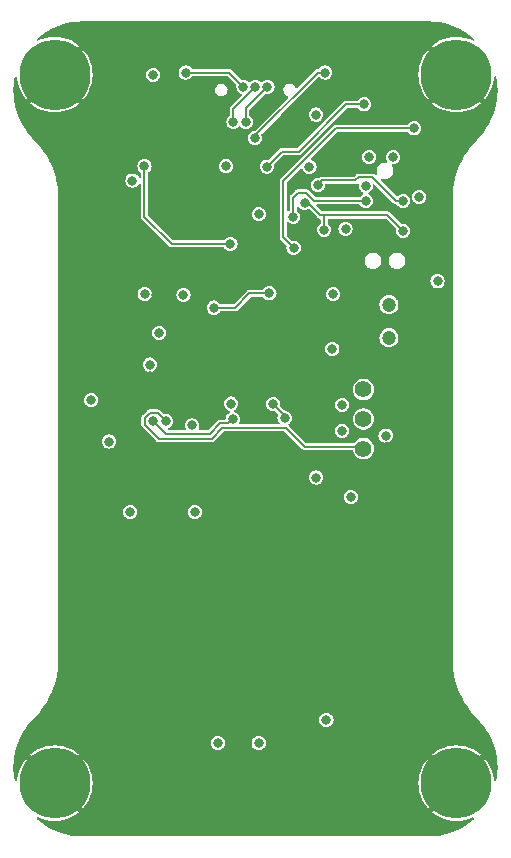
<source format=gbr>
%TF.GenerationSoftware,KiCad,Pcbnew,7.0.10*%
%TF.CreationDate,2024-01-15T20:05:46+01:00*%
%TF.ProjectId,tiny-scarab,74696e79-2d73-4636-9172-61622e6b6963,0.1*%
%TF.SameCoordinates,Original*%
%TF.FileFunction,Copper,L4,Bot*%
%TF.FilePolarity,Positive*%
%FSLAX46Y46*%
G04 Gerber Fmt 4.6, Leading zero omitted, Abs format (unit mm)*
G04 Created by KiCad (PCBNEW 7.0.10) date 2024-01-15 20:05:46*
%MOMM*%
%LPD*%
G01*
G04 APERTURE LIST*
%TA.AperFunction,ComponentPad*%
%ADD10C,6.000000*%
%TD*%
%TA.AperFunction,ComponentPad*%
%ADD11C,1.400000*%
%TD*%
%TA.AperFunction,ViaPad*%
%ADD12C,0.800000*%
%TD*%
%TA.AperFunction,ViaPad*%
%ADD13C,1.200000*%
%TD*%
%TA.AperFunction,Conductor*%
%ADD14C,0.200000*%
%TD*%
G04 APERTURE END LIST*
D10*
%TO.P,J6,1,Pin_1*%
%TO.N,GND*%
X78250000Y-28495000D03*
%TD*%
%TO.P,J8,1,Pin_1*%
%TO.N,GND*%
X78250000Y-88495000D03*
%TD*%
D11*
%TO.P,SW5,1,A*%
%TO.N,+3V3*%
X104394000Y-55158000D03*
%TO.P,SW5,2,B*%
%TO.N,Net-(SW5-B)*%
X104394000Y-57658000D03*
%TO.P,SW5,3,C*%
%TO.N,+5V*%
X104394000Y-60158000D03*
%TD*%
D10*
%TO.P,J7,1,Pin_1*%
%TO.N,GND*%
X112250000Y-88495000D03*
%TD*%
%TO.P,J5,1,Pin_1*%
%TO.N,GND*%
X112250000Y-28495000D03*
%TD*%
D12*
%TO.N,+5V*%
X104584500Y-37909500D03*
X104886936Y-35470107D03*
X87675528Y-57850000D03*
X109108999Y-38863923D03*
X100377483Y-31883201D03*
X102874993Y-41545010D03*
X101758750Y-51720750D03*
D13*
X106553000Y-50770753D03*
D12*
X106918002Y-35494941D03*
X110664321Y-45999390D03*
%TO.N,GND*%
X92075000Y-24479250D03*
X111442500Y-79375000D03*
X98171000Y-32162750D03*
X103505000Y-61722000D03*
X86931500Y-56229250D03*
X111442500Y-73025000D03*
X110109000Y-38862000D03*
X78422500Y-36004500D03*
X111569500Y-37973000D03*
X108267500Y-68072000D03*
X85464000Y-42418000D03*
X87376000Y-71882000D03*
X84645502Y-70612000D03*
X95250000Y-28003500D03*
X93757750Y-36258500D03*
X81851500Y-59563000D03*
X99788541Y-58570478D03*
X79057500Y-69850000D03*
X105425875Y-29987875D03*
X79057500Y-79375000D03*
X94535751Y-40325322D03*
X77152500Y-33972500D03*
X102870000Y-42545000D03*
X87344250Y-76930250D03*
X98488500Y-24479250D03*
X103314500Y-66802000D03*
X79057500Y-73025000D03*
X79057500Y-60325000D03*
X105918000Y-35494403D03*
X111442500Y-57150000D03*
X81343500Y-55067997D03*
X102203250Y-34597250D03*
X104584500Y-42989500D03*
X86866099Y-47123194D03*
X111442500Y-60325000D03*
X90106496Y-78263750D03*
X96551750Y-85090000D03*
X98107500Y-34290000D03*
X79057500Y-57150000D03*
X84645500Y-68072002D03*
X87312500Y-79533750D03*
X79057500Y-66675000D03*
X92075000Y-26352500D03*
X83788250Y-37465000D03*
X96266000Y-28003500D03*
X111442500Y-69850000D03*
X99377500Y-31877000D03*
X108902500Y-83502500D03*
X99789253Y-56554574D03*
X79057500Y-82550000D03*
X86296500Y-54049750D03*
X113093500Y-34321750D03*
X111442500Y-53975000D03*
X85153500Y-28511020D03*
X102758753Y-51720750D03*
X93091000Y-85090000D03*
X107950000Y-24479250D03*
X92709986Y-34448750D03*
X88187124Y-45867749D03*
X94586250Y-56356250D03*
X97218500Y-36290250D03*
X111474250Y-63500000D03*
X107315000Y-85090000D03*
X79057500Y-53975000D03*
X84409750Y-58007250D03*
X112045750Y-36131500D03*
X90608676Y-57493490D03*
X90106000Y-80962000D03*
X79089250Y-76200000D03*
X90106500Y-70612000D03*
X88900000Y-37052258D03*
X103187500Y-82232500D03*
X82232500Y-24479250D03*
X79089250Y-63500000D03*
X88090253Y-50355500D03*
X98488500Y-26352500D03*
X106267250Y-60055003D03*
X111474250Y-76200000D03*
D13*
X106553000Y-49371250D03*
D12*
X109914910Y-46661500D03*
X111442500Y-66675000D03*
X111442500Y-82550000D03*
X103346250Y-69342000D03*
%TO.N,+3V3*%
X101822250Y-47085250D03*
X99815112Y-36302838D03*
X96218537Y-36281385D03*
X95535756Y-40322500D03*
X92757748Y-36257704D03*
X86585250Y-28511020D03*
X85867761Y-47065526D03*
D13*
X106553000Y-47971747D03*
D12*
X89153994Y-47135500D03*
X104457500Y-31019750D03*
X84838253Y-37465000D03*
%TO.N,/RST_IN*%
X104584500Y-39179500D03*
X93122750Y-42830750D03*
X85852000Y-36258500D03*
X98440819Y-40528819D03*
%TO.N,/WCH-LinkE-R0-1v3/IAP*%
X108680250Y-33051750D03*
X98479000Y-43152509D03*
%TO.N,/TX*%
X91725750Y-48228250D03*
X96424750Y-47021750D03*
%TO.N,/RST_OUT*%
X96742250Y-56388000D03*
X97720044Y-57556294D03*
%TO.N,/USB/CC1*%
X95212250Y-33858512D03*
X101160000Y-28321004D03*
%TO.N,/USB_P*%
X95250000Y-29527500D03*
X93382746Y-32510719D03*
%TO.N,/USB_N*%
X96266000Y-29527495D03*
X94441058Y-32512443D03*
%TO.N,/USB/CC2*%
X89340000Y-28321000D03*
X94234000Y-29527498D03*
%TO.N,/SWCLK_IN*%
X107759500Y-39179500D03*
X100520500Y-37846000D03*
%TO.N,/SWDIO_IN*%
X101060250Y-41624250D03*
X99409250Y-39370000D03*
X107759500Y-41719500D03*
%TO.N,VDD*%
X101250750Y-83121500D03*
X84645500Y-65531998D03*
X86296500Y-53049747D03*
X106267250Y-59055000D03*
X87090250Y-50355500D03*
X103320750Y-64260717D03*
X90106502Y-65532000D03*
X95520553Y-85090000D03*
X102584250Y-56451500D03*
X93186250Y-56356250D03*
X100393500Y-62611000D03*
X82851503Y-59563000D03*
X81343500Y-56068000D03*
X89901568Y-58200599D03*
X102572756Y-58653744D03*
X92059803Y-85090000D03*
%TO.N,/PD0*%
X86582250Y-57850000D03*
X93313250Y-57658000D03*
%TD*%
D14*
%TO.N,+5V*%
X85882250Y-57560050D02*
X85882250Y-58139950D01*
X92431186Y-58407250D02*
X93168126Y-58407250D01*
X86975528Y-57150000D02*
X86292300Y-57150000D01*
X99443550Y-59999250D02*
X104235250Y-59999250D01*
X86292300Y-57150000D02*
X85882250Y-57560050D01*
X87675528Y-57850000D02*
X86975528Y-57150000D01*
X104235250Y-59999250D02*
X104394000Y-60158000D01*
X91530603Y-59307833D02*
X92431186Y-58407250D01*
X93168126Y-58407250D02*
X93171870Y-58410994D01*
X93171870Y-58410994D02*
X97855294Y-58410994D01*
X97855294Y-58410994D02*
X99443550Y-59999250D01*
X87050133Y-59307833D02*
X91530603Y-59307833D01*
X85882250Y-58139950D02*
X87050133Y-59307833D01*
%TO.N,+3V3*%
X102901750Y-31019750D02*
X98904375Y-35017125D01*
X104457500Y-31019750D02*
X102901750Y-31019750D01*
X98904375Y-35017125D02*
X97482797Y-35017125D01*
X97482797Y-35017125D02*
X96218537Y-36281385D01*
%TO.N,/RST_IN*%
X85852000Y-36258500D02*
X85852000Y-40513000D01*
X98440819Y-38909681D02*
X98440819Y-40528819D01*
X98837750Y-38512750D02*
X98440819Y-38909681D01*
X99568000Y-38512750D02*
X98837750Y-38512750D01*
X85852000Y-40513000D02*
X88169750Y-42830750D01*
X88169750Y-42830750D02*
X93122750Y-42830750D01*
X100234750Y-39179500D02*
X99568000Y-38512750D01*
X104584500Y-39179500D02*
X100234750Y-39179500D01*
%TO.N,/WCH-LinkE-R0-1v3/IAP*%
X102076250Y-33051750D02*
X108680250Y-33051750D01*
X97599500Y-37528500D02*
X102076250Y-33051750D01*
X98479000Y-43152509D02*
X97599500Y-42273009D01*
X97599500Y-42273009D02*
X97599500Y-37528500D01*
%TO.N,/TX*%
X93535500Y-48228250D02*
X94742000Y-47021750D01*
X91725750Y-48228250D02*
X93535500Y-48228250D01*
X94742000Y-47021750D02*
X96424750Y-47021750D01*
%TO.N,/RST_OUT*%
X96742250Y-56388000D02*
X97720044Y-57365794D01*
X97720044Y-57365794D02*
X97720044Y-57556294D01*
%TO.N,/USB/CC1*%
X95212250Y-33858512D02*
X95212250Y-33629250D01*
X100520496Y-28321004D02*
X101160000Y-28321004D01*
X95212250Y-33629250D02*
X100520496Y-28321004D01*
%TO.N,/USB_P*%
X93382746Y-31394754D02*
X93382746Y-32510719D01*
X95250000Y-29527500D02*
X93382746Y-31394754D01*
%TO.N,/USB_N*%
X94441058Y-31352437D02*
X94441058Y-32512443D01*
X96266000Y-29527495D02*
X94441058Y-31352437D01*
%TO.N,/USB/CC2*%
X93027502Y-28321000D02*
X94234000Y-29527498D01*
X89340000Y-28321000D02*
X93027502Y-28321000D01*
%TO.N,/SWCLK_IN*%
X100908700Y-37457800D02*
X103702700Y-37457800D01*
X103702700Y-37457800D02*
X103981250Y-37179250D01*
X100520500Y-37846000D02*
X100908700Y-37457800D01*
X107156250Y-39179500D02*
X107759500Y-39179500D01*
X105156000Y-37179250D02*
X107156250Y-39179500D01*
X103981250Y-37179250D02*
X105156000Y-37179250D01*
%TO.N,/SWDIO_IN*%
X99726750Y-39370000D02*
X100742750Y-40386000D01*
X99409250Y-39370000D02*
X99726750Y-39370000D01*
X106426000Y-40386000D02*
X107759500Y-41719500D01*
X101060250Y-41624250D02*
X101060250Y-40386000D01*
X100742750Y-40386000D02*
X101060250Y-40386000D01*
X101060250Y-40386000D02*
X106426000Y-40386000D01*
%TO.N,/PD0*%
X92265500Y-58007250D02*
X91364917Y-58907833D01*
X87640083Y-58907833D02*
X86582250Y-57850000D01*
X93313250Y-57658000D02*
X92964000Y-58007250D01*
X91364917Y-58907833D02*
X87640083Y-58907833D01*
X92964000Y-58007250D02*
X92265500Y-58007250D01*
%TD*%
%TA.AperFunction,Conductor*%
%TO.N,GND*%
G36*
X109901934Y-23995576D02*
G01*
X110355070Y-24013379D01*
X110362801Y-24013988D01*
X110811215Y-24067061D01*
X110818860Y-24068272D01*
X111261739Y-24156366D01*
X111269273Y-24158175D01*
X111703861Y-24280741D01*
X111711231Y-24283136D01*
X112134877Y-24439427D01*
X112142031Y-24442391D01*
X112552089Y-24631430D01*
X112558996Y-24634949D01*
X112952974Y-24855587D01*
X112959575Y-24859633D01*
X113335031Y-25110504D01*
X113341302Y-25115061D01*
X113695887Y-25394594D01*
X113701798Y-25399642D01*
X113752015Y-25446062D01*
X113781912Y-25499446D01*
X113774720Y-25560207D01*
X113733188Y-25605137D01*
X113673178Y-25617074D01*
X113643211Y-25608349D01*
X113643182Y-25608420D01*
X113642541Y-25608154D01*
X113641859Y-25607956D01*
X113640612Y-25607355D01*
X113308556Y-25469813D01*
X112963187Y-25370314D01*
X112608861Y-25310112D01*
X112608841Y-25310109D01*
X112250005Y-25289958D01*
X112249995Y-25289958D01*
X111891158Y-25310109D01*
X111891138Y-25310112D01*
X111536812Y-25370314D01*
X111191443Y-25469813D01*
X110859379Y-25607358D01*
X110544819Y-25781210D01*
X110251692Y-25989194D01*
X110170397Y-26061843D01*
X111380117Y-27271563D01*
X111325523Y-27307232D01*
X111142632Y-27475596D01*
X111026389Y-27624943D01*
X109816843Y-26415397D01*
X109744194Y-26496692D01*
X109536210Y-26789819D01*
X109362358Y-27104379D01*
X109224813Y-27436443D01*
X109125314Y-27781812D01*
X109065112Y-28136138D01*
X109065109Y-28136158D01*
X109044958Y-28494995D01*
X109044958Y-28495004D01*
X109065109Y-28853841D01*
X109065112Y-28853861D01*
X109125314Y-29208187D01*
X109224813Y-29553556D01*
X109362358Y-29885620D01*
X109536210Y-30200180D01*
X109744198Y-30493313D01*
X109816843Y-30574601D01*
X111026388Y-29365055D01*
X111142632Y-29514404D01*
X111325523Y-29682768D01*
X111380116Y-29718435D01*
X110170397Y-30928155D01*
X110251686Y-31000801D01*
X110544819Y-31208789D01*
X110859380Y-31382641D01*
X110859379Y-31382641D01*
X111191443Y-31520186D01*
X111536812Y-31619685D01*
X111891138Y-31679887D01*
X111891158Y-31679890D01*
X112249995Y-31700042D01*
X112250005Y-31700042D01*
X112608841Y-31679890D01*
X112608861Y-31679887D01*
X112963187Y-31619685D01*
X113308556Y-31520186D01*
X113640620Y-31382641D01*
X113955180Y-31208789D01*
X114248313Y-31000800D01*
X114329601Y-30928155D01*
X113119882Y-29718436D01*
X113174477Y-29682768D01*
X113357368Y-29514404D01*
X113473610Y-29365056D01*
X114683155Y-30574601D01*
X114755800Y-30493313D01*
X114963789Y-30200180D01*
X115137641Y-29885620D01*
X115275186Y-29553556D01*
X115374685Y-29208187D01*
X115434887Y-28853861D01*
X115434890Y-28853841D01*
X115441226Y-28741022D01*
X115463366Y-28683983D01*
X115514805Y-28650851D01*
X115575894Y-28654282D01*
X115623299Y-28692965D01*
X115637168Y-28727259D01*
X115676724Y-28926122D01*
X115677940Y-28933800D01*
X115731010Y-29382189D01*
X115731620Y-29389938D01*
X115749353Y-29841275D01*
X115749365Y-29848727D01*
X115734454Y-30262503D01*
X115733940Y-30269616D01*
X115689268Y-30681376D01*
X115688245Y-30688433D01*
X115614042Y-31095953D01*
X115612512Y-31102918D01*
X115509176Y-31504003D01*
X115507150Y-31510840D01*
X115375204Y-31903469D01*
X115372690Y-31910142D01*
X115212830Y-32292239D01*
X115209843Y-32298713D01*
X115022887Y-32668328D01*
X115019441Y-32674572D01*
X114806372Y-33029756D01*
X114802486Y-33035735D01*
X114564396Y-33374669D01*
X114560090Y-33380352D01*
X114298220Y-33701270D01*
X114293515Y-33706629D01*
X114008026Y-34009133D01*
X114005526Y-34011688D01*
X113830969Y-34183755D01*
X113505217Y-34554830D01*
X113207037Y-34948370D01*
X113207033Y-34948376D01*
X112937962Y-35362347D01*
X112937942Y-35362379D01*
X112699367Y-35794646D01*
X112492519Y-36242981D01*
X112492514Y-36242993D01*
X112318475Y-36705053D01*
X112179840Y-37172739D01*
X112178146Y-37178455D01*
X112142355Y-37341466D01*
X112072256Y-37660732D01*
X112001361Y-38149353D01*
X112001358Y-38149385D01*
X111965819Y-38641832D01*
X111965842Y-38888717D01*
X111965842Y-78112023D01*
X111965820Y-78348167D01*
X112001359Y-78840614D01*
X112001362Y-78840646D01*
X112072257Y-79329267D01*
X112072259Y-79329275D01*
X112178146Y-79811538D01*
X112178148Y-79811548D01*
X112318476Y-80284945D01*
X112492515Y-80747005D01*
X112492520Y-80747017D01*
X112699368Y-81195352D01*
X112937943Y-81627620D01*
X112937963Y-81627652D01*
X113207034Y-82041623D01*
X113207038Y-82041629D01*
X113505217Y-82435168D01*
X113505218Y-82435169D01*
X113505223Y-82435175D01*
X113830965Y-82806239D01*
X114005495Y-82978279D01*
X114007979Y-82980819D01*
X114293515Y-83283373D01*
X114298219Y-83288731D01*
X114560087Y-83609645D01*
X114564394Y-83615329D01*
X114802485Y-83954265D01*
X114806371Y-83960244D01*
X115019440Y-84315428D01*
X115022886Y-84321671D01*
X115209843Y-84691285D01*
X115212830Y-84697760D01*
X115372689Y-85079857D01*
X115375203Y-85086530D01*
X115507149Y-85479159D01*
X115509175Y-85485996D01*
X115612511Y-85887081D01*
X115614041Y-85894046D01*
X115688244Y-86301566D01*
X115689267Y-86308623D01*
X115733939Y-86720383D01*
X115734453Y-86727496D01*
X115749365Y-87141278D01*
X115749353Y-87148730D01*
X115731620Y-87600061D01*
X115731010Y-87607810D01*
X115677940Y-88056199D01*
X115676724Y-88063877D01*
X115637168Y-88262740D01*
X115607271Y-88316124D01*
X115551706Y-88341740D01*
X115491697Y-88329803D01*
X115450164Y-88284873D01*
X115441226Y-88248977D01*
X115434890Y-88136158D01*
X115434887Y-88136138D01*
X115374685Y-87781812D01*
X115275186Y-87436443D01*
X115137641Y-87104379D01*
X114963789Y-86789819D01*
X114755801Y-86496686D01*
X114683155Y-86415397D01*
X113473609Y-87624942D01*
X113357368Y-87475596D01*
X113174477Y-87307232D01*
X113119881Y-87271562D01*
X114329601Y-86061843D01*
X114248313Y-85989198D01*
X113955180Y-85781210D01*
X113640619Y-85607358D01*
X113640620Y-85607358D01*
X113308556Y-85469813D01*
X112963187Y-85370314D01*
X112608861Y-85310112D01*
X112608841Y-85310109D01*
X112250005Y-85289958D01*
X112249995Y-85289958D01*
X111891158Y-85310109D01*
X111891138Y-85310112D01*
X111536812Y-85370314D01*
X111191443Y-85469813D01*
X110859379Y-85607358D01*
X110544819Y-85781210D01*
X110251692Y-85989194D01*
X110170397Y-86061843D01*
X111380117Y-87271563D01*
X111325523Y-87307232D01*
X111142632Y-87475596D01*
X111026389Y-87624943D01*
X109816843Y-86415397D01*
X109744194Y-86496692D01*
X109536210Y-86789819D01*
X109362358Y-87104379D01*
X109224813Y-87436443D01*
X109125314Y-87781812D01*
X109065112Y-88136138D01*
X109065109Y-88136158D01*
X109044958Y-88494995D01*
X109044958Y-88495004D01*
X109065109Y-88853841D01*
X109065112Y-88853861D01*
X109125314Y-89208187D01*
X109224813Y-89553556D01*
X109362358Y-89885620D01*
X109536210Y-90200180D01*
X109744198Y-90493313D01*
X109816843Y-90574601D01*
X111026388Y-89365055D01*
X111142632Y-89514404D01*
X111325523Y-89682768D01*
X111380116Y-89718435D01*
X110170397Y-90928155D01*
X110251686Y-91000801D01*
X110544819Y-91208789D01*
X110859380Y-91382641D01*
X110859379Y-91382641D01*
X111191443Y-91520186D01*
X111536812Y-91619685D01*
X111891138Y-91679887D01*
X111891158Y-91679890D01*
X112249995Y-91700042D01*
X112250005Y-91700042D01*
X112608841Y-91679890D01*
X112608861Y-91679887D01*
X112963187Y-91619685D01*
X113308556Y-91520186D01*
X113640614Y-91382643D01*
X113641840Y-91382053D01*
X113642137Y-91382012D01*
X113643182Y-91381580D01*
X113643296Y-91381855D01*
X113702470Y-91373826D01*
X113756356Y-91402808D01*
X113782915Y-91457928D01*
X113772003Y-91518133D01*
X113752015Y-91543937D01*
X113701798Y-91590357D01*
X113695887Y-91595405D01*
X113341302Y-91874938D01*
X113335013Y-91879508D01*
X112959592Y-92130356D01*
X112952965Y-92134417D01*
X112559011Y-92355042D01*
X112552084Y-92358571D01*
X112142044Y-92547602D01*
X112134863Y-92550577D01*
X111711242Y-92706859D01*
X111703849Y-92709261D01*
X111269285Y-92831821D01*
X111261726Y-92833636D01*
X110818877Y-92921724D01*
X110811199Y-92922940D01*
X110362810Y-92976010D01*
X110355061Y-92976620D01*
X109901934Y-92994424D01*
X109898047Y-92994500D01*
X80601953Y-92994500D01*
X80598066Y-92994424D01*
X80144938Y-92976620D01*
X80137189Y-92976010D01*
X79688800Y-92922940D01*
X79681122Y-92921724D01*
X79238273Y-92833636D01*
X79230714Y-92831821D01*
X78796150Y-92709261D01*
X78788757Y-92706859D01*
X78365136Y-92550577D01*
X78357955Y-92547602D01*
X77947915Y-92358571D01*
X77940993Y-92355044D01*
X77547032Y-92134416D01*
X77540417Y-92130362D01*
X77164972Y-91879498D01*
X77158697Y-91874938D01*
X76804112Y-91595405D01*
X76798201Y-91590357D01*
X76747984Y-91543937D01*
X76718087Y-91490553D01*
X76725279Y-91429792D01*
X76766811Y-91384862D01*
X76826821Y-91372925D01*
X76856788Y-91381651D01*
X76856818Y-91381580D01*
X76857469Y-91381849D01*
X76858150Y-91382048D01*
X76859390Y-91382645D01*
X77191443Y-91520186D01*
X77536812Y-91619685D01*
X77891138Y-91679887D01*
X77891158Y-91679890D01*
X78249995Y-91700042D01*
X78250005Y-91700042D01*
X78608841Y-91679890D01*
X78608861Y-91679887D01*
X78963187Y-91619685D01*
X79308556Y-91520186D01*
X79640620Y-91382641D01*
X79955180Y-91208789D01*
X80248313Y-91000800D01*
X80329601Y-90928155D01*
X79119882Y-89718436D01*
X79174477Y-89682768D01*
X79357368Y-89514404D01*
X79473610Y-89365056D01*
X80683155Y-90574601D01*
X80755800Y-90493313D01*
X80963789Y-90200180D01*
X81137641Y-89885620D01*
X81275186Y-89553556D01*
X81374685Y-89208187D01*
X81434887Y-88853861D01*
X81434890Y-88853841D01*
X81455042Y-88495004D01*
X81455042Y-88494995D01*
X81434890Y-88136158D01*
X81434887Y-88136138D01*
X81374685Y-87781812D01*
X81275186Y-87436443D01*
X81137641Y-87104379D01*
X80963789Y-86789819D01*
X80755801Y-86496686D01*
X80683155Y-86415397D01*
X79473609Y-87624942D01*
X79357368Y-87475596D01*
X79174477Y-87307232D01*
X79119881Y-87271562D01*
X80329601Y-86061843D01*
X80248313Y-85989198D01*
X79955180Y-85781210D01*
X79640619Y-85607358D01*
X79640620Y-85607358D01*
X79308556Y-85469813D01*
X78963187Y-85370314D01*
X78608861Y-85310112D01*
X78608841Y-85310109D01*
X78250005Y-85289958D01*
X78249995Y-85289958D01*
X77891158Y-85310109D01*
X77891138Y-85310112D01*
X77536812Y-85370314D01*
X77191443Y-85469813D01*
X76859379Y-85607358D01*
X76544819Y-85781210D01*
X76251692Y-85989194D01*
X76170397Y-86061843D01*
X77380117Y-87271563D01*
X77325523Y-87307232D01*
X77142632Y-87475596D01*
X77026389Y-87624943D01*
X75816843Y-86415397D01*
X75744194Y-86496692D01*
X75536210Y-86789819D01*
X75362358Y-87104379D01*
X75224813Y-87436443D01*
X75125314Y-87781812D01*
X75065112Y-88136138D01*
X75065109Y-88136158D01*
X75058773Y-88248978D01*
X75036632Y-88306017D01*
X74985193Y-88339148D01*
X74924104Y-88335717D01*
X74876699Y-88297034D01*
X74862832Y-88262744D01*
X74823272Y-88063860D01*
X74822061Y-88056215D01*
X74768988Y-87607801D01*
X74768379Y-87600061D01*
X74761950Y-87436443D01*
X74750645Y-87148715D01*
X74750634Y-87141272D01*
X74750904Y-87133778D01*
X74765546Y-86727472D01*
X74766057Y-86720407D01*
X74810734Y-86308598D01*
X74811750Y-86301591D01*
X74885961Y-85894027D01*
X74887482Y-85887100D01*
X74990829Y-85485974D01*
X74992840Y-85479189D01*
X75123629Y-85090000D01*
X91454121Y-85090000D01*
X91474758Y-85246758D01*
X91474760Y-85246766D01*
X91535265Y-85392838D01*
X91535265Y-85392839D01*
X91601501Y-85479159D01*
X91631521Y-85518282D01*
X91756962Y-85614536D01*
X91903041Y-85675044D01*
X92020612Y-85690522D01*
X92059802Y-85695682D01*
X92059803Y-85695682D01*
X92059804Y-85695682D01*
X92091155Y-85691554D01*
X92216565Y-85675044D01*
X92362644Y-85614536D01*
X92488085Y-85518282D01*
X92584339Y-85392841D01*
X92644847Y-85246762D01*
X92665485Y-85090000D01*
X94914871Y-85090000D01*
X94935508Y-85246758D01*
X94935510Y-85246766D01*
X94996015Y-85392838D01*
X94996015Y-85392839D01*
X95062251Y-85479159D01*
X95092271Y-85518282D01*
X95217712Y-85614536D01*
X95363791Y-85675044D01*
X95481362Y-85690522D01*
X95520552Y-85695682D01*
X95520553Y-85695682D01*
X95520554Y-85695682D01*
X95551905Y-85691554D01*
X95677315Y-85675044D01*
X95823394Y-85614536D01*
X95948835Y-85518282D01*
X96045089Y-85392841D01*
X96105597Y-85246762D01*
X96126235Y-85090000D01*
X96125333Y-85083152D01*
X96105597Y-84933241D01*
X96105597Y-84933238D01*
X96045090Y-84787161D01*
X96045090Y-84787160D01*
X95948839Y-84661723D01*
X95948838Y-84661722D01*
X95948835Y-84661718D01*
X95948830Y-84661714D01*
X95948829Y-84661713D01*
X95823391Y-84565462D01*
X95677319Y-84504957D01*
X95677311Y-84504955D01*
X95520554Y-84484318D01*
X95520552Y-84484318D01*
X95363794Y-84504955D01*
X95363786Y-84504957D01*
X95217714Y-84565462D01*
X95217713Y-84565462D01*
X95092276Y-84661713D01*
X95092266Y-84661723D01*
X94996015Y-84787160D01*
X94996015Y-84787161D01*
X94935510Y-84933233D01*
X94935508Y-84933241D01*
X94914871Y-85089999D01*
X94914871Y-85090000D01*
X92665485Y-85090000D01*
X92664583Y-85083152D01*
X92644847Y-84933241D01*
X92644847Y-84933238D01*
X92584340Y-84787161D01*
X92584340Y-84787160D01*
X92488089Y-84661723D01*
X92488088Y-84661722D01*
X92488085Y-84661718D01*
X92488080Y-84661714D01*
X92488079Y-84661713D01*
X92362641Y-84565462D01*
X92216569Y-84504957D01*
X92216561Y-84504955D01*
X92059804Y-84484318D01*
X92059802Y-84484318D01*
X91903044Y-84504955D01*
X91903036Y-84504957D01*
X91756964Y-84565462D01*
X91756963Y-84565462D01*
X91631526Y-84661713D01*
X91631516Y-84661723D01*
X91535265Y-84787160D01*
X91535265Y-84787161D01*
X91474760Y-84933233D01*
X91474758Y-84933241D01*
X91454121Y-85089999D01*
X91454121Y-85090000D01*
X75123629Y-85090000D01*
X75124802Y-85086510D01*
X75127304Y-85079870D01*
X75287173Y-84697749D01*
X75290156Y-84691286D01*
X75305114Y-84661713D01*
X75477118Y-84321659D01*
X75480546Y-84315448D01*
X75693636Y-83960227D01*
X75697503Y-83954279D01*
X75935619Y-83615308D01*
X75939892Y-83609668D01*
X76201802Y-83288702D01*
X76206460Y-83283396D01*
X76359250Y-83121500D01*
X100645068Y-83121500D01*
X100665705Y-83278258D01*
X100665707Y-83278266D01*
X100726212Y-83424338D01*
X100726212Y-83424339D01*
X100726214Y-83424341D01*
X100822468Y-83549782D01*
X100947909Y-83646036D01*
X101093988Y-83706544D01*
X101211559Y-83722022D01*
X101250749Y-83727182D01*
X101250750Y-83727182D01*
X101250751Y-83727182D01*
X101282102Y-83723054D01*
X101407512Y-83706544D01*
X101553591Y-83646036D01*
X101679032Y-83549782D01*
X101775286Y-83424341D01*
X101835794Y-83278262D01*
X101856432Y-83121500D01*
X101835794Y-82964738D01*
X101775287Y-82818661D01*
X101775287Y-82818660D01*
X101679036Y-82693223D01*
X101679035Y-82693222D01*
X101679032Y-82693218D01*
X101679027Y-82693214D01*
X101679026Y-82693213D01*
X101553588Y-82596962D01*
X101407516Y-82536457D01*
X101407508Y-82536455D01*
X101250751Y-82515818D01*
X101250749Y-82515818D01*
X101093991Y-82536455D01*
X101093983Y-82536457D01*
X100947911Y-82596962D01*
X100947910Y-82596962D01*
X100822473Y-82693213D01*
X100822463Y-82693223D01*
X100726212Y-82818660D01*
X100726212Y-82818661D01*
X100665707Y-82964733D01*
X100665705Y-82964741D01*
X100645068Y-83121499D01*
X100645068Y-83121500D01*
X76359250Y-83121500D01*
X76492002Y-82980836D01*
X76494420Y-82978363D01*
X76669035Y-82806239D01*
X76994777Y-82435176D01*
X77292964Y-82041627D01*
X77562049Y-81627635D01*
X77800635Y-81195348D01*
X78007485Y-80747008D01*
X78181526Y-80284941D01*
X78321854Y-79811545D01*
X78427742Y-79329275D01*
X78498640Y-78840635D01*
X78534181Y-78348159D01*
X78534158Y-78101281D01*
X78534158Y-78035388D01*
X78534158Y-65531998D01*
X84039818Y-65531998D01*
X84060455Y-65688756D01*
X84060457Y-65688764D01*
X84120962Y-65834836D01*
X84120962Y-65834837D01*
X84217213Y-65960274D01*
X84217218Y-65960280D01*
X84342659Y-66056534D01*
X84342660Y-66056534D01*
X84342661Y-66056535D01*
X84342666Y-66056537D01*
X84488738Y-66117042D01*
X84606309Y-66132520D01*
X84645499Y-66137680D01*
X84645500Y-66137680D01*
X84645501Y-66137680D01*
X84676852Y-66133552D01*
X84802262Y-66117042D01*
X84948341Y-66056534D01*
X85073782Y-65960280D01*
X85170036Y-65834839D01*
X85230544Y-65688760D01*
X85251182Y-65532000D01*
X89500820Y-65532000D01*
X89521457Y-65688758D01*
X89521459Y-65688766D01*
X89581964Y-65834838D01*
X89581964Y-65834839D01*
X89678215Y-65960276D01*
X89678220Y-65960282D01*
X89803661Y-66056536D01*
X89949740Y-66117044D01*
X90067311Y-66132522D01*
X90106501Y-66137682D01*
X90106502Y-66137682D01*
X90106503Y-66137682D01*
X90137854Y-66133554D01*
X90263264Y-66117044D01*
X90409343Y-66056536D01*
X90534784Y-65960282D01*
X90631038Y-65834841D01*
X90691546Y-65688762D01*
X90712184Y-65532000D01*
X90691546Y-65375238D01*
X90631039Y-65229161D01*
X90631039Y-65229160D01*
X90534788Y-65103723D01*
X90534786Y-65103721D01*
X90534784Y-65103718D01*
X90534779Y-65103714D01*
X90534778Y-65103713D01*
X90409340Y-65007462D01*
X90263268Y-64946957D01*
X90263260Y-64946955D01*
X90106503Y-64926318D01*
X90106501Y-64926318D01*
X89949743Y-64946955D01*
X89949735Y-64946957D01*
X89803663Y-65007462D01*
X89803662Y-65007462D01*
X89678225Y-65103713D01*
X89678215Y-65103723D01*
X89581964Y-65229160D01*
X89581964Y-65229161D01*
X89521459Y-65375233D01*
X89521457Y-65375241D01*
X89500820Y-65531999D01*
X89500820Y-65532000D01*
X85251182Y-65532000D01*
X85251182Y-65531998D01*
X85230544Y-65375236D01*
X85170037Y-65229159D01*
X85170037Y-65229158D01*
X85073786Y-65103721D01*
X85073785Y-65103720D01*
X85073782Y-65103716D01*
X85073777Y-65103712D01*
X85073776Y-65103711D01*
X85002604Y-65049099D01*
X84948341Y-65007462D01*
X84948340Y-65007461D01*
X84948338Y-65007460D01*
X84802266Y-64946955D01*
X84802258Y-64946953D01*
X84645501Y-64926316D01*
X84645499Y-64926316D01*
X84488741Y-64946953D01*
X84488733Y-64946955D01*
X84342661Y-65007460D01*
X84342660Y-65007460D01*
X84217223Y-65103711D01*
X84217213Y-65103721D01*
X84120962Y-65229158D01*
X84120962Y-65229159D01*
X84060457Y-65375231D01*
X84060455Y-65375239D01*
X84039818Y-65531997D01*
X84039818Y-65531998D01*
X78534158Y-65531998D01*
X78534158Y-64260717D01*
X102715068Y-64260717D01*
X102735705Y-64417475D01*
X102735707Y-64417483D01*
X102796212Y-64563555D01*
X102796212Y-64563556D01*
X102796214Y-64563558D01*
X102892468Y-64688999D01*
X103017909Y-64785253D01*
X103163988Y-64845761D01*
X103281559Y-64861239D01*
X103320749Y-64866399D01*
X103320750Y-64866399D01*
X103320751Y-64866399D01*
X103352102Y-64862271D01*
X103477512Y-64845761D01*
X103623591Y-64785253D01*
X103749032Y-64688999D01*
X103845286Y-64563558D01*
X103905794Y-64417479D01*
X103926432Y-64260717D01*
X103905794Y-64103955D01*
X103845287Y-63957878D01*
X103845287Y-63957877D01*
X103749036Y-63832440D01*
X103749035Y-63832439D01*
X103749032Y-63832435D01*
X103749027Y-63832431D01*
X103749026Y-63832430D01*
X103623588Y-63736179D01*
X103477516Y-63675674D01*
X103477508Y-63675672D01*
X103320751Y-63655035D01*
X103320749Y-63655035D01*
X103163991Y-63675672D01*
X103163983Y-63675674D01*
X103017911Y-63736179D01*
X103017910Y-63736179D01*
X102892473Y-63832430D01*
X102892463Y-63832440D01*
X102796212Y-63957877D01*
X102796212Y-63957878D01*
X102735707Y-64103950D01*
X102735705Y-64103958D01*
X102715068Y-64260716D01*
X102715068Y-64260717D01*
X78534158Y-64260717D01*
X78534158Y-62611000D01*
X99787818Y-62611000D01*
X99808455Y-62767758D01*
X99808457Y-62767766D01*
X99868962Y-62913838D01*
X99868962Y-62913839D01*
X99868964Y-62913841D01*
X99965218Y-63039282D01*
X100090659Y-63135536D01*
X100236738Y-63196044D01*
X100354309Y-63211522D01*
X100393499Y-63216682D01*
X100393500Y-63216682D01*
X100393501Y-63216682D01*
X100424852Y-63212554D01*
X100550262Y-63196044D01*
X100696341Y-63135536D01*
X100821782Y-63039282D01*
X100918036Y-62913841D01*
X100978544Y-62767762D01*
X100999182Y-62611000D01*
X100978544Y-62454238D01*
X100918037Y-62308161D01*
X100918037Y-62308160D01*
X100821786Y-62182723D01*
X100821785Y-62182722D01*
X100821782Y-62182718D01*
X100821777Y-62182714D01*
X100821776Y-62182713D01*
X100696338Y-62086462D01*
X100550266Y-62025957D01*
X100550258Y-62025955D01*
X100393501Y-62005318D01*
X100393499Y-62005318D01*
X100236741Y-62025955D01*
X100236733Y-62025957D01*
X100090661Y-62086462D01*
X100090660Y-62086462D01*
X99965223Y-62182713D01*
X99965213Y-62182723D01*
X99868962Y-62308160D01*
X99868962Y-62308161D01*
X99808457Y-62454233D01*
X99808455Y-62454241D01*
X99787818Y-62610999D01*
X99787818Y-62611000D01*
X78534158Y-62611000D01*
X78534158Y-59563000D01*
X82245821Y-59563000D01*
X82266458Y-59719758D01*
X82266460Y-59719766D01*
X82326965Y-59865838D01*
X82326965Y-59865839D01*
X82406694Y-59969744D01*
X82423221Y-59991282D01*
X82548662Y-60087536D01*
X82694741Y-60148044D01*
X82812312Y-60163522D01*
X82851502Y-60168682D01*
X82851503Y-60168682D01*
X82851504Y-60168682D01*
X82882855Y-60164554D01*
X83008265Y-60148044D01*
X83154344Y-60087536D01*
X83279785Y-59991282D01*
X83376039Y-59865841D01*
X83436547Y-59719762D01*
X83457185Y-59563000D01*
X83436547Y-59406238D01*
X83436545Y-59406233D01*
X83376040Y-59260161D01*
X83376040Y-59260160D01*
X83279789Y-59134723D01*
X83279788Y-59134722D01*
X83279785Y-59134718D01*
X83279780Y-59134714D01*
X83279779Y-59134713D01*
X83154341Y-59038462D01*
X83008269Y-58977957D01*
X83008261Y-58977955D01*
X82851504Y-58957318D01*
X82851502Y-58957318D01*
X82694744Y-58977955D01*
X82694736Y-58977957D01*
X82548664Y-59038462D01*
X82548663Y-59038462D01*
X82423226Y-59134713D01*
X82423216Y-59134723D01*
X82326965Y-59260160D01*
X82326965Y-59260161D01*
X82266460Y-59406233D01*
X82266458Y-59406241D01*
X82245821Y-59562999D01*
X82245821Y-59563000D01*
X78534158Y-59563000D01*
X78534158Y-57545931D01*
X85576871Y-57545931D01*
X85578317Y-57556294D01*
X85580801Y-57574103D01*
X85581750Y-57587780D01*
X85581750Y-58074785D01*
X85579530Y-58088463D01*
X85580744Y-58088633D01*
X85579476Y-58097716D01*
X85581644Y-58144591D01*
X85581750Y-58149163D01*
X85581750Y-58167794D01*
X85581772Y-58167916D01*
X85583351Y-58181527D01*
X85584664Y-58209937D01*
X85584665Y-58209944D01*
X85588634Y-58218932D01*
X85595382Y-58240722D01*
X85597189Y-58250383D01*
X85606059Y-58264710D01*
X85612162Y-58274567D01*
X85618551Y-58286688D01*
X85630044Y-58312715D01*
X85636995Y-58319666D01*
X85651157Y-58337546D01*
X85656331Y-58345902D01*
X85679031Y-58363044D01*
X85689367Y-58372038D01*
X86791569Y-59474240D01*
X86799670Y-59485480D01*
X86800649Y-59484742D01*
X86806177Y-59492063D01*
X86840857Y-59523678D01*
X86844165Y-59526836D01*
X86857336Y-59540007D01*
X86857428Y-59540070D01*
X86868175Y-59548583D01*
X86889197Y-59567747D01*
X86889198Y-59567747D01*
X86889200Y-59567749D01*
X86898358Y-59571296D01*
X86918545Y-59581936D01*
X86926652Y-59587490D01*
X86954343Y-59594002D01*
X86967428Y-59598054D01*
X86985123Y-59604909D01*
X86989819Y-59606729D01*
X86993960Y-59608333D01*
X87003785Y-59608333D01*
X87026449Y-59610962D01*
X87036014Y-59613212D01*
X87063778Y-59609339D01*
X87064187Y-59609282D01*
X87077864Y-59608333D01*
X91465439Y-59608333D01*
X91479114Y-59610565D01*
X91479286Y-59609339D01*
X91488367Y-59610605D01*
X91488368Y-59610606D01*
X91488368Y-59610605D01*
X91488369Y-59610606D01*
X91535245Y-59608439D01*
X91539817Y-59608333D01*
X91558445Y-59608333D01*
X91558447Y-59608333D01*
X91558551Y-59608313D01*
X91572174Y-59606731D01*
X91600595Y-59605418D01*
X91609579Y-59601450D01*
X91631380Y-59594698D01*
X91641036Y-59592894D01*
X91665221Y-59577919D01*
X91677331Y-59571534D01*
X91703368Y-59560039D01*
X91710312Y-59553093D01*
X91728204Y-59538922D01*
X91736555Y-59533752D01*
X91753692Y-59511056D01*
X91762693Y-59500713D01*
X92526662Y-58736746D01*
X92581178Y-58708969D01*
X92596665Y-58707750D01*
X93087527Y-58707750D01*
X93106405Y-58711279D01*
X93106681Y-58709808D01*
X93115695Y-58711493D01*
X93115697Y-58711494D01*
X93125522Y-58711494D01*
X93148186Y-58714123D01*
X93157751Y-58716373D01*
X93182828Y-58712874D01*
X93185924Y-58712443D01*
X93199601Y-58711494D01*
X97689815Y-58711494D01*
X97748006Y-58730401D01*
X97759819Y-58740490D01*
X99184986Y-60165657D01*
X99193087Y-60176897D01*
X99194066Y-60176159D01*
X99199594Y-60183480D01*
X99234274Y-60215095D01*
X99237582Y-60218253D01*
X99250753Y-60231424D01*
X99250845Y-60231487D01*
X99261592Y-60240000D01*
X99282614Y-60259164D01*
X99282615Y-60259164D01*
X99282617Y-60259166D01*
X99291780Y-60262716D01*
X99311966Y-60273355D01*
X99320069Y-60278906D01*
X99347765Y-60285420D01*
X99360843Y-60289470D01*
X99387377Y-60299750D01*
X99397202Y-60299750D01*
X99419866Y-60302379D01*
X99429431Y-60304629D01*
X99454508Y-60301130D01*
X99457604Y-60300699D01*
X99471281Y-60299750D01*
X103421288Y-60299750D01*
X103479479Y-60318657D01*
X103515441Y-60368154D01*
X103566821Y-60526284D01*
X103566822Y-60526286D01*
X103566823Y-60526288D01*
X103566825Y-60526293D01*
X103642015Y-60656525D01*
X103661467Y-60690216D01*
X103788129Y-60830888D01*
X103941270Y-60942151D01*
X104114197Y-61019144D01*
X104299354Y-61058500D01*
X104299357Y-61058500D01*
X104488643Y-61058500D01*
X104488646Y-61058500D01*
X104673803Y-61019144D01*
X104846730Y-60942151D01*
X104999871Y-60830888D01*
X105126533Y-60690216D01*
X105221179Y-60526284D01*
X105279674Y-60346256D01*
X105299460Y-60158000D01*
X105279674Y-59969744D01*
X105221179Y-59789716D01*
X105221176Y-59789711D01*
X105221174Y-59789706D01*
X105140081Y-59649250D01*
X105126533Y-59625784D01*
X105018292Y-59505570D01*
X104999875Y-59485116D01*
X104999870Y-59485111D01*
X104846731Y-59373850D01*
X104846732Y-59373850D01*
X104846730Y-59373849D01*
X104846725Y-59373847D01*
X104846722Y-59373845D01*
X104673805Y-59296857D01*
X104673803Y-59296856D01*
X104673800Y-59296855D01*
X104673799Y-59296855D01*
X104638580Y-59289369D01*
X104488646Y-59257500D01*
X104299354Y-59257500D01*
X104181289Y-59282595D01*
X104114200Y-59296855D01*
X104114194Y-59296857D01*
X103941277Y-59373845D01*
X103941268Y-59373850D01*
X103788129Y-59485111D01*
X103788124Y-59485116D01*
X103661469Y-59625780D01*
X103661467Y-59625784D01*
X103647917Y-59649252D01*
X103602450Y-59690191D01*
X103562183Y-59698750D01*
X99609029Y-59698750D01*
X99550838Y-59679843D01*
X99539025Y-59669754D01*
X98523015Y-58653744D01*
X101967074Y-58653744D01*
X101987711Y-58810502D01*
X101987713Y-58810510D01*
X102048218Y-58956582D01*
X102048218Y-58956583D01*
X102123736Y-59055000D01*
X102144474Y-59082026D01*
X102269915Y-59178280D01*
X102269916Y-59178280D01*
X102269917Y-59178281D01*
X102350757Y-59211766D01*
X102415994Y-59238788D01*
X102533565Y-59254266D01*
X102572755Y-59259426D01*
X102572756Y-59259426D01*
X102572757Y-59259426D01*
X102604108Y-59255298D01*
X102729518Y-59238788D01*
X102875597Y-59178280D01*
X103001038Y-59082026D01*
X103021776Y-59055000D01*
X105661568Y-59055000D01*
X105682205Y-59211758D01*
X105682207Y-59211766D01*
X105742712Y-59357838D01*
X105742712Y-59357839D01*
X105838963Y-59483276D01*
X105838968Y-59483282D01*
X105838972Y-59483285D01*
X105838973Y-59483286D01*
X105841353Y-59485112D01*
X105964409Y-59579536D01*
X105964410Y-59579536D01*
X105964411Y-59579537D01*
X106110483Y-59640042D01*
X106110488Y-59640044D01*
X106228059Y-59655522D01*
X106267249Y-59660682D01*
X106267250Y-59660682D01*
X106267251Y-59660682D01*
X106298602Y-59656554D01*
X106424012Y-59640044D01*
X106570091Y-59579536D01*
X106695532Y-59483282D01*
X106791786Y-59357841D01*
X106852294Y-59211762D01*
X106872932Y-59055000D01*
X106852294Y-58898238D01*
X106791787Y-58752161D01*
X106791787Y-58752160D01*
X106695536Y-58626723D01*
X106695535Y-58626722D01*
X106695532Y-58626718D01*
X106695527Y-58626714D01*
X106695526Y-58626713D01*
X106570088Y-58530462D01*
X106424016Y-58469957D01*
X106424008Y-58469955D01*
X106267251Y-58449318D01*
X106267249Y-58449318D01*
X106110491Y-58469955D01*
X106110483Y-58469957D01*
X105964411Y-58530462D01*
X105964410Y-58530462D01*
X105838973Y-58626713D01*
X105838963Y-58626723D01*
X105742712Y-58752160D01*
X105742712Y-58752161D01*
X105682207Y-58898233D01*
X105682205Y-58898241D01*
X105661568Y-59054999D01*
X105661568Y-59055000D01*
X103021776Y-59055000D01*
X103097292Y-58956585D01*
X103157800Y-58810506D01*
X103178438Y-58653744D01*
X103157800Y-58496982D01*
X103146606Y-58469957D01*
X103097293Y-58350905D01*
X103097293Y-58350904D01*
X103001042Y-58225467D01*
X103001041Y-58225466D01*
X103001038Y-58225462D01*
X103001033Y-58225458D01*
X103001032Y-58225457D01*
X102906396Y-58152841D01*
X102875597Y-58129208D01*
X102875596Y-58129207D01*
X102875594Y-58129206D01*
X102729522Y-58068701D01*
X102729514Y-58068699D01*
X102572757Y-58048062D01*
X102572755Y-58048062D01*
X102415997Y-58068699D01*
X102415989Y-58068701D01*
X102269917Y-58129206D01*
X102269916Y-58129206D01*
X102144479Y-58225457D01*
X102144469Y-58225467D01*
X102048218Y-58350904D01*
X102048218Y-58350905D01*
X101987713Y-58496977D01*
X101987711Y-58496985D01*
X101967074Y-58653743D01*
X101967074Y-58653744D01*
X98523015Y-58653744D01*
X98113859Y-58244588D01*
X98105773Y-58233338D01*
X98104781Y-58234088D01*
X98099251Y-58226765D01*
X98064846Y-58195400D01*
X98034581Y-58142224D01*
X98041352Y-58081415D01*
X98071273Y-58043700D01*
X98148326Y-57984576D01*
X98244580Y-57859135D01*
X98305088Y-57713056D01*
X98312336Y-57658000D01*
X103488540Y-57658000D01*
X103505016Y-57814766D01*
X103508327Y-57846261D01*
X103566819Y-58026279D01*
X103566825Y-58026293D01*
X103620039Y-58118461D01*
X103661467Y-58190216D01*
X103788129Y-58330888D01*
X103941270Y-58442151D01*
X104114197Y-58519144D01*
X104299354Y-58558500D01*
X104299357Y-58558500D01*
X104488643Y-58558500D01*
X104488646Y-58558500D01*
X104673803Y-58519144D01*
X104846730Y-58442151D01*
X104999871Y-58330888D01*
X105126533Y-58190216D01*
X105221179Y-58026284D01*
X105279674Y-57846256D01*
X105299460Y-57658000D01*
X105279674Y-57469744D01*
X105221179Y-57289716D01*
X105221176Y-57289711D01*
X105221174Y-57289706D01*
X105172551Y-57205490D01*
X105126533Y-57125784D01*
X105042584Y-57032549D01*
X104999875Y-56985116D01*
X104999870Y-56985111D01*
X104879689Y-56897795D01*
X104846730Y-56873849D01*
X104846725Y-56873847D01*
X104846722Y-56873845D01*
X104673805Y-56796857D01*
X104673803Y-56796856D01*
X104673800Y-56796855D01*
X104673799Y-56796855D01*
X104615841Y-56784536D01*
X104488646Y-56757500D01*
X104299354Y-56757500D01*
X104181289Y-56782595D01*
X104114200Y-56796855D01*
X104114194Y-56796857D01*
X103941277Y-56873845D01*
X103941268Y-56873850D01*
X103788129Y-56985111D01*
X103788124Y-56985116D01*
X103661469Y-57125781D01*
X103661465Y-57125787D01*
X103566825Y-57289706D01*
X103566819Y-57289720D01*
X103508327Y-57469738D01*
X103508326Y-57469742D01*
X103508326Y-57469744D01*
X103488540Y-57658000D01*
X98312336Y-57658000D01*
X98325726Y-57556294D01*
X98324523Y-57547160D01*
X98314489Y-57470941D01*
X98305088Y-57399532D01*
X98286709Y-57355161D01*
X98244581Y-57253455D01*
X98244581Y-57253454D01*
X98148330Y-57128017D01*
X98148329Y-57128016D01*
X98148326Y-57128012D01*
X98148321Y-57128008D01*
X98148320Y-57128007D01*
X98029122Y-57036544D01*
X98022885Y-57031758D01*
X98022884Y-57031757D01*
X98022882Y-57031756D01*
X97876810Y-56971251D01*
X97876803Y-56971249D01*
X97764635Y-56956482D01*
X97709411Y-56930141D01*
X97707554Y-56928333D01*
X97361430Y-56582209D01*
X97333653Y-56527692D01*
X97333281Y-56499283D01*
X97339572Y-56451500D01*
X101978568Y-56451500D01*
X101999205Y-56608258D01*
X101999207Y-56608266D01*
X102059712Y-56754338D01*
X102059712Y-56754339D01*
X102151412Y-56873845D01*
X102155968Y-56879782D01*
X102155972Y-56879785D01*
X102155973Y-56879786D01*
X102164462Y-56886300D01*
X102281409Y-56976036D01*
X102281410Y-56976036D01*
X102281411Y-56976037D01*
X102417843Y-57032549D01*
X102427488Y-57036544D01*
X102545059Y-57052022D01*
X102584249Y-57057182D01*
X102584250Y-57057182D01*
X102584251Y-57057182D01*
X102621196Y-57052318D01*
X102741012Y-57036544D01*
X102887091Y-56976036D01*
X103012532Y-56879782D01*
X103108786Y-56754341D01*
X103169294Y-56608262D01*
X103189932Y-56451500D01*
X103169294Y-56294738D01*
X103142993Y-56231241D01*
X103108787Y-56148661D01*
X103108787Y-56148660D01*
X103012536Y-56023223D01*
X103012535Y-56023222D01*
X103012532Y-56023218D01*
X103012527Y-56023214D01*
X103012526Y-56023213D01*
X102906883Y-55942151D01*
X102887091Y-55926964D01*
X102887090Y-55926963D01*
X102887088Y-55926962D01*
X102741016Y-55866457D01*
X102741008Y-55866455D01*
X102584251Y-55845818D01*
X102584249Y-55845818D01*
X102427491Y-55866455D01*
X102427483Y-55866457D01*
X102281411Y-55926962D01*
X102281410Y-55926962D01*
X102155973Y-56023213D01*
X102155963Y-56023223D01*
X102059712Y-56148660D01*
X102059712Y-56148661D01*
X101999207Y-56294733D01*
X101999205Y-56294741D01*
X101978568Y-56451499D01*
X101978568Y-56451500D01*
X97339572Y-56451500D01*
X97347932Y-56388000D01*
X97347932Y-56387999D01*
X97327294Y-56231241D01*
X97327294Y-56231238D01*
X97314141Y-56199483D01*
X97266787Y-56085161D01*
X97266787Y-56085160D01*
X97170536Y-55959723D01*
X97170535Y-55959722D01*
X97170532Y-55959718D01*
X97170527Y-55959714D01*
X97170526Y-55959713D01*
X97099354Y-55905101D01*
X97045091Y-55863464D01*
X97045090Y-55863463D01*
X97045088Y-55863462D01*
X96899016Y-55802957D01*
X96899008Y-55802955D01*
X96742251Y-55782318D01*
X96742249Y-55782318D01*
X96585491Y-55802955D01*
X96585483Y-55802957D01*
X96439411Y-55863462D01*
X96439410Y-55863462D01*
X96313973Y-55959713D01*
X96313963Y-55959723D01*
X96217712Y-56085160D01*
X96217712Y-56085161D01*
X96157207Y-56231233D01*
X96157205Y-56231241D01*
X96136568Y-56387999D01*
X96136568Y-56388000D01*
X96157205Y-56544758D01*
X96157207Y-56544766D01*
X96217712Y-56690838D01*
X96217712Y-56690839D01*
X96313963Y-56816276D01*
X96313968Y-56816282D01*
X96439409Y-56912536D01*
X96439410Y-56912536D01*
X96439411Y-56912537D01*
X96467281Y-56924081D01*
X96585488Y-56973044D01*
X96742250Y-56993682D01*
X96853533Y-56979031D01*
X96913692Y-56990181D01*
X96936458Y-57007180D01*
X97144990Y-57215712D01*
X97172767Y-57270229D01*
X97166451Y-57323600D01*
X97134999Y-57399534D01*
X97114362Y-57556293D01*
X97114362Y-57556294D01*
X97134999Y-57713052D01*
X97135001Y-57713060D01*
X97195506Y-57859132D01*
X97195506Y-57859133D01*
X97266172Y-57951227D01*
X97286596Y-58008903D01*
X97269218Y-58067569D01*
X97220676Y-58104816D01*
X97187630Y-58110494D01*
X93922857Y-58110494D01*
X93864666Y-58091587D01*
X93828702Y-58042087D01*
X93828702Y-57980901D01*
X93837121Y-57961992D01*
X93837781Y-57960846D01*
X93837786Y-57960841D01*
X93898294Y-57814762D01*
X93918932Y-57658000D01*
X93898294Y-57501238D01*
X93845183Y-57373016D01*
X93837787Y-57355161D01*
X93837787Y-57355160D01*
X93741536Y-57229723D01*
X93741535Y-57229722D01*
X93741532Y-57229718D01*
X93741527Y-57229714D01*
X93741526Y-57229713D01*
X93688147Y-57188754D01*
X93616091Y-57133464D01*
X93616089Y-57133463D01*
X93468395Y-57072286D01*
X93421870Y-57032549D01*
X93407586Y-56973054D01*
X93431001Y-56916527D01*
X93468396Y-56889357D01*
X93489091Y-56880786D01*
X93614532Y-56784532D01*
X93710786Y-56659091D01*
X93771294Y-56513012D01*
X93791932Y-56356250D01*
X93771294Y-56199488D01*
X93716830Y-56068000D01*
X93710787Y-56053411D01*
X93710787Y-56053410D01*
X93614536Y-55927973D01*
X93614535Y-55927972D01*
X93614532Y-55927968D01*
X93614527Y-55927964D01*
X93614526Y-55927963D01*
X93534366Y-55866455D01*
X93489091Y-55831714D01*
X93489090Y-55831713D01*
X93489088Y-55831712D01*
X93343016Y-55771207D01*
X93343008Y-55771205D01*
X93186251Y-55750568D01*
X93186249Y-55750568D01*
X93029491Y-55771205D01*
X93029483Y-55771207D01*
X92883411Y-55831712D01*
X92883410Y-55831712D01*
X92757973Y-55927963D01*
X92757963Y-55927973D01*
X92661712Y-56053410D01*
X92661712Y-56053411D01*
X92601207Y-56199483D01*
X92601205Y-56199491D01*
X92580568Y-56356249D01*
X92580568Y-56356250D01*
X92601205Y-56513008D01*
X92601207Y-56513016D01*
X92661712Y-56659088D01*
X92661712Y-56659089D01*
X92757963Y-56784526D01*
X92757968Y-56784532D01*
X92883409Y-56880786D01*
X92883410Y-56880786D01*
X92883411Y-56880787D01*
X93031103Y-56941963D01*
X93077629Y-56981699D01*
X93091913Y-57041194D01*
X93068498Y-57097722D01*
X93031106Y-57124890D01*
X93010411Y-57133462D01*
X93010410Y-57133462D01*
X92884973Y-57229713D01*
X92884963Y-57229723D01*
X92788712Y-57355160D01*
X92788712Y-57355161D01*
X92728207Y-57501233D01*
X92728205Y-57501241D01*
X92712482Y-57620672D01*
X92686141Y-57675897D01*
X92632370Y-57705092D01*
X92614329Y-57706750D01*
X92330665Y-57706750D01*
X92316989Y-57704517D01*
X92316818Y-57705744D01*
X92307734Y-57704476D01*
X92260859Y-57706644D01*
X92256287Y-57706750D01*
X92237652Y-57706750D01*
X92237529Y-57706773D01*
X92223919Y-57708351D01*
X92195511Y-57709664D01*
X92195507Y-57709665D01*
X92186513Y-57713636D01*
X92164728Y-57720382D01*
X92155071Y-57722187D01*
X92155065Y-57722189D01*
X92130881Y-57737163D01*
X92118759Y-57743552D01*
X92092738Y-57755042D01*
X92092731Y-57755046D01*
X92085786Y-57761992D01*
X92067906Y-57776155D01*
X92059548Y-57781330D01*
X92042407Y-57804028D01*
X92033409Y-57814367D01*
X91269442Y-58578336D01*
X91214925Y-58606114D01*
X91199438Y-58607333D01*
X90531234Y-58607333D01*
X90473043Y-58588426D01*
X90437079Y-58538926D01*
X90437079Y-58477740D01*
X90439770Y-58470447D01*
X90439973Y-58469957D01*
X90486612Y-58357361D01*
X90507250Y-58200599D01*
X90503835Y-58174663D01*
X90496436Y-58118461D01*
X90486612Y-58043837D01*
X90426105Y-57897760D01*
X90426105Y-57897759D01*
X90329854Y-57772322D01*
X90329853Y-57772321D01*
X90329850Y-57772317D01*
X90329845Y-57772313D01*
X90329844Y-57772312D01*
X90246488Y-57708351D01*
X90204409Y-57676063D01*
X90204408Y-57676062D01*
X90204406Y-57676061D01*
X90058334Y-57615556D01*
X90058326Y-57615554D01*
X89901569Y-57594917D01*
X89901567Y-57594917D01*
X89744809Y-57615554D01*
X89744801Y-57615556D01*
X89598729Y-57676061D01*
X89598728Y-57676061D01*
X89473291Y-57772312D01*
X89473281Y-57772322D01*
X89377030Y-57897759D01*
X89377030Y-57897760D01*
X89316525Y-58043832D01*
X89316523Y-58043840D01*
X89295886Y-58200598D01*
X89295886Y-58200599D01*
X89315673Y-58350904D01*
X89316524Y-58357361D01*
X89363163Y-58469957D01*
X89363366Y-58470447D01*
X89368167Y-58531444D01*
X89336197Y-58583613D01*
X89279669Y-58607028D01*
X89271902Y-58607333D01*
X87914054Y-58607333D01*
X87855863Y-58588426D01*
X87819899Y-58538926D01*
X87819899Y-58477740D01*
X87855863Y-58428240D01*
X87876169Y-58416869D01*
X87933172Y-58393257D01*
X87978369Y-58374536D01*
X88103810Y-58278282D01*
X88200064Y-58152841D01*
X88260572Y-58006762D01*
X88281210Y-57850000D01*
X88260572Y-57693238D01*
X88216890Y-57587780D01*
X88200065Y-57547161D01*
X88200065Y-57547160D01*
X88103814Y-57421723D01*
X88103813Y-57421722D01*
X88103810Y-57421718D01*
X88103805Y-57421714D01*
X88103804Y-57421713D01*
X88015673Y-57354088D01*
X87978369Y-57325464D01*
X87978368Y-57325463D01*
X87978366Y-57325462D01*
X87832294Y-57264957D01*
X87832286Y-57264955D01*
X87675529Y-57244318D01*
X87675526Y-57244318D01*
X87564243Y-57258968D01*
X87504083Y-57247818D01*
X87481319Y-57230819D01*
X87234095Y-56983596D01*
X87226007Y-56972344D01*
X87225015Y-56973094D01*
X87219486Y-56965772D01*
X87184800Y-56934151D01*
X87181496Y-56930996D01*
X87168328Y-56917828D01*
X87168324Y-56917825D01*
X87168221Y-56917755D01*
X87157490Y-56909255D01*
X87136461Y-56890084D01*
X87127290Y-56886531D01*
X87107114Y-56875895D01*
X87099012Y-56870345D01*
X87099007Y-56870343D01*
X87071325Y-56863832D01*
X87058231Y-56859777D01*
X87031705Y-56849500D01*
X87031701Y-56849500D01*
X87021876Y-56849500D01*
X86999211Y-56846870D01*
X86989647Y-56844621D01*
X86989646Y-56844621D01*
X86961474Y-56848551D01*
X86947797Y-56849500D01*
X86357464Y-56849500D01*
X86343788Y-56847267D01*
X86343617Y-56848494D01*
X86334533Y-56847226D01*
X86287658Y-56849394D01*
X86283086Y-56849500D01*
X86264452Y-56849500D01*
X86264329Y-56849523D01*
X86250719Y-56851101D01*
X86222310Y-56852414D01*
X86222306Y-56852415D01*
X86213315Y-56856385D01*
X86191527Y-56863132D01*
X86181870Y-56864937D01*
X86181864Y-56864940D01*
X86157681Y-56879912D01*
X86145562Y-56886300D01*
X86119537Y-56897792D01*
X86119533Y-56897795D01*
X86112584Y-56904744D01*
X86094709Y-56918903D01*
X86086348Y-56924080D01*
X86069207Y-56946778D01*
X86060209Y-56957118D01*
X85715840Y-57301487D01*
X85704611Y-57309600D01*
X85705340Y-57310565D01*
X85698021Y-57316091D01*
X85666391Y-57350787D01*
X85663239Y-57354088D01*
X85650080Y-57367248D01*
X85650068Y-57367262D01*
X85649999Y-57367364D01*
X85641505Y-57378085D01*
X85622333Y-57399116D01*
X85622333Y-57399117D01*
X85618779Y-57408290D01*
X85608146Y-57428462D01*
X85602596Y-57436565D01*
X85602591Y-57436574D01*
X85596080Y-57464256D01*
X85592027Y-57477346D01*
X85581751Y-57503873D01*
X85581750Y-57503879D01*
X85581750Y-57513701D01*
X85579120Y-57536368D01*
X85576871Y-57545931D01*
X78534158Y-57545931D01*
X78534158Y-56068000D01*
X80737818Y-56068000D01*
X80758455Y-56224758D01*
X80758457Y-56224766D01*
X80818962Y-56370838D01*
X80818962Y-56370839D01*
X80915213Y-56496276D01*
X80915218Y-56496282D01*
X81040659Y-56592536D01*
X81040660Y-56592536D01*
X81040661Y-56592537D01*
X81186733Y-56653042D01*
X81186738Y-56653044D01*
X81304309Y-56668522D01*
X81343499Y-56673682D01*
X81343500Y-56673682D01*
X81343501Y-56673682D01*
X81374852Y-56669554D01*
X81500262Y-56653044D01*
X81646341Y-56592536D01*
X81771782Y-56496282D01*
X81868036Y-56370841D01*
X81928544Y-56224762D01*
X81949182Y-56068000D01*
X81928544Y-55911238D01*
X81895260Y-55830883D01*
X81868037Y-55765161D01*
X81868037Y-55765160D01*
X81771786Y-55639723D01*
X81771785Y-55639722D01*
X81771782Y-55639718D01*
X81771777Y-55639714D01*
X81771776Y-55639713D01*
X81646338Y-55543462D01*
X81500266Y-55482957D01*
X81500258Y-55482955D01*
X81343501Y-55462318D01*
X81343499Y-55462318D01*
X81186741Y-55482955D01*
X81186733Y-55482957D01*
X81040661Y-55543462D01*
X81040660Y-55543462D01*
X80915223Y-55639713D01*
X80915213Y-55639723D01*
X80818962Y-55765160D01*
X80818962Y-55765161D01*
X80758457Y-55911233D01*
X80758455Y-55911241D01*
X80737818Y-56067999D01*
X80737818Y-56068000D01*
X78534158Y-56068000D01*
X78534158Y-55158000D01*
X103488540Y-55158000D01*
X103508327Y-55346261D01*
X103566819Y-55526279D01*
X103566825Y-55526293D01*
X103632309Y-55639713D01*
X103661467Y-55690216D01*
X103661469Y-55690218D01*
X103762979Y-55802957D01*
X103788129Y-55830888D01*
X103941270Y-55942151D01*
X104114197Y-56019144D01*
X104299354Y-56058500D01*
X104299357Y-56058500D01*
X104488643Y-56058500D01*
X104488646Y-56058500D01*
X104673803Y-56019144D01*
X104846730Y-55942151D01*
X104999871Y-55830888D01*
X105126533Y-55690216D01*
X105221179Y-55526284D01*
X105279674Y-55346256D01*
X105299460Y-55158000D01*
X105279674Y-54969744D01*
X105221179Y-54789716D01*
X105221176Y-54789711D01*
X105221174Y-54789706D01*
X105172551Y-54705490D01*
X105126533Y-54625784D01*
X104999871Y-54485112D01*
X104846730Y-54373849D01*
X104846725Y-54373847D01*
X104846722Y-54373845D01*
X104673805Y-54296857D01*
X104673803Y-54296856D01*
X104673800Y-54296855D01*
X104673799Y-54296855D01*
X104638580Y-54289369D01*
X104488646Y-54257500D01*
X104299354Y-54257500D01*
X104181289Y-54282595D01*
X104114200Y-54296855D01*
X104114194Y-54296857D01*
X103941277Y-54373845D01*
X103941268Y-54373850D01*
X103788129Y-54485111D01*
X103788124Y-54485116D01*
X103661469Y-54625781D01*
X103661465Y-54625787D01*
X103566825Y-54789706D01*
X103566819Y-54789720D01*
X103508327Y-54969738D01*
X103488540Y-55158000D01*
X78534158Y-55158000D01*
X78534158Y-53049747D01*
X85690818Y-53049747D01*
X85711455Y-53206505D01*
X85711457Y-53206513D01*
X85771962Y-53352585D01*
X85771962Y-53352586D01*
X85771964Y-53352588D01*
X85868218Y-53478029D01*
X85993659Y-53574283D01*
X86139738Y-53634791D01*
X86257309Y-53650269D01*
X86296499Y-53655429D01*
X86296500Y-53655429D01*
X86296501Y-53655429D01*
X86327852Y-53651301D01*
X86453262Y-53634791D01*
X86599341Y-53574283D01*
X86724782Y-53478029D01*
X86821036Y-53352588D01*
X86881544Y-53206509D01*
X86902182Y-53049747D01*
X86881544Y-52892985D01*
X86821037Y-52746908D01*
X86821037Y-52746907D01*
X86724786Y-52621470D01*
X86724785Y-52621469D01*
X86724782Y-52621465D01*
X86724777Y-52621461D01*
X86724776Y-52621460D01*
X86599338Y-52525209D01*
X86453266Y-52464704D01*
X86453258Y-52464702D01*
X86296501Y-52444065D01*
X86296499Y-52444065D01*
X86139741Y-52464702D01*
X86139733Y-52464704D01*
X85993661Y-52525209D01*
X85993660Y-52525209D01*
X85868223Y-52621460D01*
X85868213Y-52621470D01*
X85771962Y-52746907D01*
X85771962Y-52746908D01*
X85711457Y-52892980D01*
X85711455Y-52892988D01*
X85690818Y-53049746D01*
X85690818Y-53049747D01*
X78534158Y-53049747D01*
X78534158Y-51720750D01*
X101153068Y-51720750D01*
X101173705Y-51877508D01*
X101173707Y-51877516D01*
X101234212Y-52023588D01*
X101234212Y-52023589D01*
X101234214Y-52023591D01*
X101330468Y-52149032D01*
X101455909Y-52245286D01*
X101601988Y-52305794D01*
X101719559Y-52321272D01*
X101758749Y-52326432D01*
X101758750Y-52326432D01*
X101758751Y-52326432D01*
X101790102Y-52322304D01*
X101915512Y-52305794D01*
X102061591Y-52245286D01*
X102187032Y-52149032D01*
X102283286Y-52023591D01*
X102343794Y-51877512D01*
X102364432Y-51720750D01*
X102343794Y-51563988D01*
X102315857Y-51496542D01*
X102283287Y-51417911D01*
X102283287Y-51417910D01*
X102187036Y-51292473D01*
X102187035Y-51292472D01*
X102187032Y-51292468D01*
X102187027Y-51292464D01*
X102187026Y-51292463D01*
X102061588Y-51196212D01*
X101915516Y-51135707D01*
X101915508Y-51135705D01*
X101758751Y-51115068D01*
X101758749Y-51115068D01*
X101601991Y-51135705D01*
X101601983Y-51135707D01*
X101455911Y-51196212D01*
X101455910Y-51196212D01*
X101330473Y-51292463D01*
X101330463Y-51292473D01*
X101234212Y-51417910D01*
X101234212Y-51417911D01*
X101173707Y-51563983D01*
X101173705Y-51563991D01*
X101153068Y-51720749D01*
X101153068Y-51720750D01*
X78534158Y-51720750D01*
X78534158Y-50355500D01*
X86484568Y-50355500D01*
X86505205Y-50512258D01*
X86505207Y-50512266D01*
X86565712Y-50658338D01*
X86565712Y-50658339D01*
X86661963Y-50783776D01*
X86661968Y-50783782D01*
X86787409Y-50880036D01*
X86933488Y-50940544D01*
X87051059Y-50956022D01*
X87090249Y-50961182D01*
X87090250Y-50961182D01*
X87090251Y-50961182D01*
X87121602Y-50957054D01*
X87247012Y-50940544D01*
X87393091Y-50880036D01*
X87518532Y-50783782D01*
X87528529Y-50770753D01*
X105747435Y-50770753D01*
X105767632Y-50950010D01*
X105767633Y-50950014D01*
X105827211Y-51120275D01*
X105827211Y-51120276D01*
X105923181Y-51273011D01*
X105923184Y-51273015D01*
X106050738Y-51400569D01*
X106050740Y-51400570D01*
X106050741Y-51400571D01*
X106078337Y-51417911D01*
X106203478Y-51496542D01*
X106271657Y-51520399D01*
X106373738Y-51556119D01*
X106373742Y-51556120D01*
X106373745Y-51556121D01*
X106553000Y-51576318D01*
X106732255Y-51556121D01*
X106902522Y-51496542D01*
X107055262Y-51400569D01*
X107182816Y-51273015D01*
X107278789Y-51120275D01*
X107338368Y-50950008D01*
X107358565Y-50770753D01*
X107338368Y-50591498D01*
X107278789Y-50421231D01*
X107237487Y-50355500D01*
X107182818Y-50268494D01*
X107182817Y-50268493D01*
X107182816Y-50268491D01*
X107055262Y-50140937D01*
X107055259Y-50140935D01*
X107055258Y-50140934D01*
X106902523Y-50044964D01*
X106732261Y-49985386D01*
X106732257Y-49985385D01*
X106553000Y-49965188D01*
X106373742Y-49985385D01*
X106373738Y-49985386D01*
X106203477Y-50044964D01*
X106203476Y-50044964D01*
X106050741Y-50140934D01*
X105923181Y-50268494D01*
X105827211Y-50421229D01*
X105827211Y-50421230D01*
X105767633Y-50591491D01*
X105767632Y-50591495D01*
X105747435Y-50770753D01*
X87528529Y-50770753D01*
X87614786Y-50658341D01*
X87675294Y-50512262D01*
X87695932Y-50355500D01*
X87675294Y-50198738D01*
X87614787Y-50052661D01*
X87614787Y-50052660D01*
X87518536Y-49927223D01*
X87518535Y-49927222D01*
X87518532Y-49927218D01*
X87518527Y-49927214D01*
X87518526Y-49927213D01*
X87393088Y-49830962D01*
X87247016Y-49770457D01*
X87247008Y-49770455D01*
X87090251Y-49749818D01*
X87090249Y-49749818D01*
X86933491Y-49770455D01*
X86933483Y-49770457D01*
X86787411Y-49830962D01*
X86787410Y-49830962D01*
X86661973Y-49927213D01*
X86661963Y-49927223D01*
X86565712Y-50052660D01*
X86565712Y-50052661D01*
X86505207Y-50198733D01*
X86505205Y-50198741D01*
X86484568Y-50355499D01*
X86484568Y-50355500D01*
X78534158Y-50355500D01*
X78534158Y-48228250D01*
X91120068Y-48228250D01*
X91140705Y-48385008D01*
X91140707Y-48385016D01*
X91201212Y-48531088D01*
X91201212Y-48531089D01*
X91255290Y-48601565D01*
X91297468Y-48656532D01*
X91422909Y-48752786D01*
X91422910Y-48752786D01*
X91422911Y-48752787D01*
X91433360Y-48757115D01*
X91568988Y-48813294D01*
X91686559Y-48828772D01*
X91725749Y-48833932D01*
X91725750Y-48833932D01*
X91725751Y-48833932D01*
X91757102Y-48829804D01*
X91882512Y-48813294D01*
X92028591Y-48752786D01*
X92154032Y-48656532D01*
X92222362Y-48567483D01*
X92272787Y-48532827D01*
X92300904Y-48528750D01*
X93470336Y-48528750D01*
X93484011Y-48530982D01*
X93484183Y-48529756D01*
X93493264Y-48531022D01*
X93493265Y-48531023D01*
X93493265Y-48531022D01*
X93493266Y-48531023D01*
X93540142Y-48528856D01*
X93544714Y-48528750D01*
X93563342Y-48528750D01*
X93563344Y-48528750D01*
X93563448Y-48528730D01*
X93577071Y-48527148D01*
X93605492Y-48525835D01*
X93614476Y-48521867D01*
X93636277Y-48515115D01*
X93645933Y-48513311D01*
X93670118Y-48498336D01*
X93682228Y-48491951D01*
X93708265Y-48480456D01*
X93715209Y-48473510D01*
X93733101Y-48459339D01*
X93741452Y-48454169D01*
X93758589Y-48431473D01*
X93767590Y-48421130D01*
X94216974Y-47971747D01*
X105747435Y-47971747D01*
X105767632Y-48151004D01*
X105767633Y-48151008D01*
X105827211Y-48321269D01*
X105827211Y-48321270D01*
X105917766Y-48465387D01*
X105923184Y-48474009D01*
X106050738Y-48601563D01*
X106050740Y-48601564D01*
X106050741Y-48601565D01*
X106138220Y-48656532D01*
X106203478Y-48697536D01*
X106271657Y-48721393D01*
X106373738Y-48757113D01*
X106373742Y-48757114D01*
X106373745Y-48757115D01*
X106553000Y-48777312D01*
X106732255Y-48757115D01*
X106902522Y-48697536D01*
X107055262Y-48601563D01*
X107182816Y-48474009D01*
X107278789Y-48321269D01*
X107338368Y-48151002D01*
X107358565Y-47971747D01*
X107338368Y-47792492D01*
X107278789Y-47622225D01*
X107242069Y-47563786D01*
X107182818Y-47469488D01*
X107182817Y-47469487D01*
X107182816Y-47469485D01*
X107055262Y-47341931D01*
X107055259Y-47341929D01*
X107055258Y-47341928D01*
X106902523Y-47245958D01*
X106732261Y-47186380D01*
X106732257Y-47186379D01*
X106553000Y-47166182D01*
X106373742Y-47186379D01*
X106373738Y-47186380D01*
X106203477Y-47245958D01*
X106203476Y-47245958D01*
X106050741Y-47341928D01*
X105923181Y-47469488D01*
X105827211Y-47622223D01*
X105827211Y-47622224D01*
X105767633Y-47792485D01*
X105767632Y-47792489D01*
X105747435Y-47971747D01*
X94216974Y-47971747D01*
X94837477Y-47351246D01*
X94891993Y-47323469D01*
X94907480Y-47322250D01*
X95849596Y-47322250D01*
X95907787Y-47341157D01*
X95928138Y-47360983D01*
X95987497Y-47438341D01*
X95996468Y-47450032D01*
X96121909Y-47546286D01*
X96121910Y-47546286D01*
X96121911Y-47546287D01*
X96227593Y-47590062D01*
X96267988Y-47606794D01*
X96385184Y-47622223D01*
X96424749Y-47627432D01*
X96424750Y-47627432D01*
X96424751Y-47627432D01*
X96464316Y-47622223D01*
X96581512Y-47606794D01*
X96727591Y-47546286D01*
X96853032Y-47450032D01*
X96949286Y-47324591D01*
X97009794Y-47178512D01*
X97022072Y-47085250D01*
X101216568Y-47085250D01*
X101237205Y-47242008D01*
X101237207Y-47242016D01*
X101297712Y-47388088D01*
X101297712Y-47388089D01*
X101378833Y-47493808D01*
X101393968Y-47513532D01*
X101519409Y-47609786D01*
X101519410Y-47609786D01*
X101519411Y-47609787D01*
X101549437Y-47622224D01*
X101665488Y-47670294D01*
X101783059Y-47685772D01*
X101822249Y-47690932D01*
X101822250Y-47690932D01*
X101822251Y-47690932D01*
X101853602Y-47686804D01*
X101979012Y-47670294D01*
X102125091Y-47609786D01*
X102250532Y-47513532D01*
X102346786Y-47388091D01*
X102407294Y-47242012D01*
X102427932Y-47085250D01*
X102407294Y-46928488D01*
X102380993Y-46864991D01*
X102346787Y-46782411D01*
X102346787Y-46782410D01*
X102250536Y-46656973D01*
X102250535Y-46656972D01*
X102250532Y-46656968D01*
X102250527Y-46656964D01*
X102250526Y-46656963D01*
X102167770Y-46593463D01*
X102125091Y-46560714D01*
X102125090Y-46560713D01*
X102125088Y-46560712D01*
X101979016Y-46500207D01*
X101979008Y-46500205D01*
X101822251Y-46479568D01*
X101822249Y-46479568D01*
X101665491Y-46500205D01*
X101665483Y-46500207D01*
X101519411Y-46560712D01*
X101519410Y-46560712D01*
X101393973Y-46656963D01*
X101393963Y-46656973D01*
X101297712Y-46782410D01*
X101297712Y-46782411D01*
X101237207Y-46928483D01*
X101237205Y-46928491D01*
X101216568Y-47085249D01*
X101216568Y-47085250D01*
X97022072Y-47085250D01*
X97030432Y-47021750D01*
X97009794Y-46864988D01*
X96976501Y-46784612D01*
X96949287Y-46718911D01*
X96949287Y-46718910D01*
X96853036Y-46593473D01*
X96853035Y-46593472D01*
X96853032Y-46593468D01*
X96853027Y-46593464D01*
X96853026Y-46593463D01*
X96762403Y-46523926D01*
X96727591Y-46497214D01*
X96727590Y-46497213D01*
X96727588Y-46497212D01*
X96581516Y-46436707D01*
X96581508Y-46436705D01*
X96424751Y-46416068D01*
X96424749Y-46416068D01*
X96267991Y-46436705D01*
X96267983Y-46436707D01*
X96121911Y-46497212D01*
X96121910Y-46497212D01*
X95996473Y-46593463D01*
X95996463Y-46593473D01*
X95928138Y-46682517D01*
X95877713Y-46717173D01*
X95849596Y-46721250D01*
X94807165Y-46721250D01*
X94793489Y-46719017D01*
X94793318Y-46720244D01*
X94784234Y-46718976D01*
X94737359Y-46721144D01*
X94732787Y-46721250D01*
X94714152Y-46721250D01*
X94714029Y-46721273D01*
X94700419Y-46722851D01*
X94672011Y-46724164D01*
X94672007Y-46724165D01*
X94663013Y-46728136D01*
X94641228Y-46734882D01*
X94631571Y-46736687D01*
X94631565Y-46736689D01*
X94607381Y-46751663D01*
X94595259Y-46758052D01*
X94569238Y-46769542D01*
X94569231Y-46769546D01*
X94562286Y-46776492D01*
X94544406Y-46790655D01*
X94536048Y-46795830D01*
X94518907Y-46818528D01*
X94509909Y-46828868D01*
X93440025Y-47898754D01*
X93385508Y-47926531D01*
X93370021Y-47927750D01*
X92300904Y-47927750D01*
X92242713Y-47908843D01*
X92222362Y-47889017D01*
X92154036Y-47799973D01*
X92154035Y-47799972D01*
X92154032Y-47799968D01*
X92154027Y-47799964D01*
X92154026Y-47799963D01*
X92028588Y-47703712D01*
X91882516Y-47643207D01*
X91882508Y-47643205D01*
X91725751Y-47622568D01*
X91725749Y-47622568D01*
X91568991Y-47643205D01*
X91568983Y-47643207D01*
X91422911Y-47703712D01*
X91422910Y-47703712D01*
X91297473Y-47799963D01*
X91297463Y-47799973D01*
X91201212Y-47925410D01*
X91201212Y-47925411D01*
X91140707Y-48071483D01*
X91140705Y-48071491D01*
X91120068Y-48228249D01*
X91120068Y-48228250D01*
X78534158Y-48228250D01*
X78534158Y-47065526D01*
X85262079Y-47065526D01*
X85282716Y-47222284D01*
X85282718Y-47222292D01*
X85343223Y-47368364D01*
X85343223Y-47368365D01*
X85439474Y-47493802D01*
X85439479Y-47493808D01*
X85564920Y-47590062D01*
X85564921Y-47590062D01*
X85564922Y-47590063D01*
X85612538Y-47609786D01*
X85710999Y-47650570D01*
X85828570Y-47666048D01*
X85867760Y-47671208D01*
X85867761Y-47671208D01*
X85867762Y-47671208D01*
X85899113Y-47667080D01*
X86024523Y-47650570D01*
X86170602Y-47590062D01*
X86296043Y-47493808D01*
X86392297Y-47368367D01*
X86452805Y-47222288D01*
X86464231Y-47135500D01*
X88548312Y-47135500D01*
X88568949Y-47292258D01*
X88568951Y-47292266D01*
X88629456Y-47438338D01*
X88629456Y-47438339D01*
X88725707Y-47563776D01*
X88725712Y-47563782D01*
X88851153Y-47660036D01*
X88851154Y-47660036D01*
X88851155Y-47660037D01*
X88925742Y-47690932D01*
X88997232Y-47720544D01*
X89114803Y-47736022D01*
X89153993Y-47741182D01*
X89153994Y-47741182D01*
X89153995Y-47741182D01*
X89185346Y-47737054D01*
X89310756Y-47720544D01*
X89456835Y-47660036D01*
X89582276Y-47563782D01*
X89678530Y-47438341D01*
X89739038Y-47292262D01*
X89759676Y-47135500D01*
X89739038Y-46978738D01*
X89710052Y-46908759D01*
X89678531Y-46832661D01*
X89678531Y-46832660D01*
X89582280Y-46707223D01*
X89582279Y-46707222D01*
X89582276Y-46707218D01*
X89582271Y-46707214D01*
X89582270Y-46707213D01*
X89456832Y-46610962D01*
X89310760Y-46550457D01*
X89310752Y-46550455D01*
X89153995Y-46529818D01*
X89153993Y-46529818D01*
X88997235Y-46550455D01*
X88997227Y-46550457D01*
X88851155Y-46610962D01*
X88851154Y-46610962D01*
X88725717Y-46707213D01*
X88725707Y-46707223D01*
X88629456Y-46832660D01*
X88629456Y-46832661D01*
X88568951Y-46978733D01*
X88568949Y-46978741D01*
X88548312Y-47135499D01*
X88548312Y-47135500D01*
X86464231Y-47135500D01*
X86473443Y-47065526D01*
X86452805Y-46908764D01*
X86403883Y-46790655D01*
X86392298Y-46762687D01*
X86392298Y-46762686D01*
X86296047Y-46637249D01*
X86296046Y-46637248D01*
X86296043Y-46637244D01*
X86296038Y-46637240D01*
X86296037Y-46637239D01*
X86196304Y-46560712D01*
X86170602Y-46540990D01*
X86170601Y-46540989D01*
X86170599Y-46540988D01*
X86024527Y-46480483D01*
X86024519Y-46480481D01*
X85867762Y-46459844D01*
X85867760Y-46459844D01*
X85711002Y-46480481D01*
X85710994Y-46480483D01*
X85564922Y-46540988D01*
X85564921Y-46540988D01*
X85439484Y-46637239D01*
X85439474Y-46637249D01*
X85343223Y-46762686D01*
X85343223Y-46762687D01*
X85282718Y-46908759D01*
X85282716Y-46908767D01*
X85262079Y-47065525D01*
X85262079Y-47065526D01*
X78534158Y-47065526D01*
X78534158Y-45999390D01*
X110058639Y-45999390D01*
X110079276Y-46156148D01*
X110079278Y-46156156D01*
X110139783Y-46302228D01*
X110139783Y-46302229D01*
X110139785Y-46302231D01*
X110236039Y-46427672D01*
X110361480Y-46523926D01*
X110361481Y-46523926D01*
X110361482Y-46523927D01*
X110425529Y-46550456D01*
X110507559Y-46584434D01*
X110625130Y-46599912D01*
X110664320Y-46605072D01*
X110664321Y-46605072D01*
X110664322Y-46605072D01*
X110695673Y-46600944D01*
X110821083Y-46584434D01*
X110967162Y-46523926D01*
X111092603Y-46427672D01*
X111188857Y-46302231D01*
X111249365Y-46156152D01*
X111270003Y-45999390D01*
X111249365Y-45842628D01*
X111188858Y-45696551D01*
X111188858Y-45696550D01*
X111092607Y-45571113D01*
X111092606Y-45571112D01*
X111092603Y-45571108D01*
X111092598Y-45571104D01*
X111092597Y-45571103D01*
X110967159Y-45474852D01*
X110821087Y-45414347D01*
X110821079Y-45414345D01*
X110664322Y-45393708D01*
X110664320Y-45393708D01*
X110507562Y-45414345D01*
X110507554Y-45414347D01*
X110361482Y-45474852D01*
X110361481Y-45474852D01*
X110236044Y-45571103D01*
X110236034Y-45571113D01*
X110139783Y-45696550D01*
X110139783Y-45696551D01*
X110079278Y-45842623D01*
X110079276Y-45842631D01*
X110058639Y-45999389D01*
X110058639Y-45999390D01*
X78534158Y-45999390D01*
X78534158Y-44343987D01*
X104491950Y-44343987D01*
X104532387Y-44508044D01*
X104532388Y-44508047D01*
X104610913Y-44657664D01*
X104610913Y-44657665D01*
X104722959Y-44784138D01*
X104799615Y-44837050D01*
X104862021Y-44880125D01*
X105020011Y-44940043D01*
X105145665Y-44955300D01*
X105145670Y-44955300D01*
X105229830Y-44955300D01*
X105229835Y-44955300D01*
X105355489Y-44940043D01*
X105513479Y-44880125D01*
X105652539Y-44784139D01*
X105652540Y-44784138D01*
X105764586Y-44657665D01*
X105764586Y-44657664D01*
X105764585Y-44657664D01*
X105764588Y-44657662D01*
X105843112Y-44508046D01*
X105883550Y-44343987D01*
X106523950Y-44343987D01*
X106564387Y-44508044D01*
X106564388Y-44508047D01*
X106642913Y-44657664D01*
X106642913Y-44657665D01*
X106754959Y-44784138D01*
X106831615Y-44837050D01*
X106894021Y-44880125D01*
X107052011Y-44940043D01*
X107177665Y-44955300D01*
X107177670Y-44955300D01*
X107261830Y-44955300D01*
X107261835Y-44955300D01*
X107387489Y-44940043D01*
X107545479Y-44880125D01*
X107684539Y-44784139D01*
X107684540Y-44784138D01*
X107796586Y-44657665D01*
X107796586Y-44657664D01*
X107796585Y-44657664D01*
X107796588Y-44657662D01*
X107875112Y-44508046D01*
X107915550Y-44343985D01*
X107915550Y-44175015D01*
X107875112Y-44010954D01*
X107796588Y-43861338D01*
X107796586Y-43861336D01*
X107796586Y-43861335D01*
X107796586Y-43861334D01*
X107684540Y-43734861D01*
X107545479Y-43638875D01*
X107387489Y-43578957D01*
X107387487Y-43578956D01*
X107387486Y-43578956D01*
X107261846Y-43563701D01*
X107261840Y-43563700D01*
X107261835Y-43563700D01*
X107177665Y-43563700D01*
X107177660Y-43563700D01*
X107177653Y-43563701D01*
X107052013Y-43578956D01*
X107052011Y-43578957D01*
X106894020Y-43638875D01*
X106754960Y-43734861D01*
X106754959Y-43734861D01*
X106642913Y-43861334D01*
X106642913Y-43861335D01*
X106564388Y-44010952D01*
X106564387Y-44010955D01*
X106523950Y-44175012D01*
X106523950Y-44343987D01*
X105883550Y-44343987D01*
X105883550Y-44343985D01*
X105883550Y-44175015D01*
X105843112Y-44010954D01*
X105764588Y-43861338D01*
X105764586Y-43861336D01*
X105764586Y-43861335D01*
X105764586Y-43861334D01*
X105652540Y-43734861D01*
X105513479Y-43638875D01*
X105355489Y-43578957D01*
X105355487Y-43578956D01*
X105355486Y-43578956D01*
X105229846Y-43563701D01*
X105229840Y-43563700D01*
X105229835Y-43563700D01*
X105145665Y-43563700D01*
X105145660Y-43563700D01*
X105145653Y-43563701D01*
X105020013Y-43578956D01*
X105020011Y-43578957D01*
X104862020Y-43638875D01*
X104722960Y-43734861D01*
X104722959Y-43734861D01*
X104610913Y-43861334D01*
X104610913Y-43861335D01*
X104532388Y-44010952D01*
X104532387Y-44010955D01*
X104491950Y-44175012D01*
X104491950Y-44343987D01*
X78534158Y-44343987D01*
X78534158Y-38876659D01*
X78534180Y-38641841D01*
X78498639Y-38149365D01*
X78427741Y-37660725D01*
X78384767Y-37465000D01*
X84232571Y-37465000D01*
X84253208Y-37621758D01*
X84253210Y-37621766D01*
X84313715Y-37767838D01*
X84313715Y-37767839D01*
X84373690Y-37846000D01*
X84409971Y-37893282D01*
X84535412Y-37989536D01*
X84535413Y-37989536D01*
X84535414Y-37989537D01*
X84567342Y-38002762D01*
X84681491Y-38050044D01*
X84799062Y-38065522D01*
X84838252Y-38070682D01*
X84838253Y-38070682D01*
X84838254Y-38070682D01*
X84871857Y-38066258D01*
X84995015Y-38050044D01*
X85141094Y-37989536D01*
X85266535Y-37893282D01*
X85362789Y-37767841D01*
X85362790Y-37767839D01*
X85366036Y-37762218D01*
X85368326Y-37763540D01*
X85400762Y-37725554D01*
X85460255Y-37711263D01*
X85516786Y-37734671D01*
X85548762Y-37786836D01*
X85551500Y-37809959D01*
X85551500Y-40447835D01*
X85549280Y-40461513D01*
X85550494Y-40461683D01*
X85549226Y-40470766D01*
X85551394Y-40517641D01*
X85551500Y-40522213D01*
X85551500Y-40540844D01*
X85551522Y-40540966D01*
X85553101Y-40554577D01*
X85554414Y-40582987D01*
X85554415Y-40582994D01*
X85558384Y-40591982D01*
X85565132Y-40613772D01*
X85566939Y-40623433D01*
X85568993Y-40626750D01*
X85581912Y-40647617D01*
X85588301Y-40659738D01*
X85590915Y-40665657D01*
X85599794Y-40685765D01*
X85606745Y-40692716D01*
X85620907Y-40710596D01*
X85626081Y-40718952D01*
X85648781Y-40736094D01*
X85659117Y-40745088D01*
X87911186Y-42997157D01*
X87919287Y-43008397D01*
X87920266Y-43007659D01*
X87925794Y-43014980D01*
X87960474Y-43046595D01*
X87963782Y-43049753D01*
X87976953Y-43062924D01*
X87977045Y-43062987D01*
X87987792Y-43071500D01*
X88008814Y-43090664D01*
X88008815Y-43090664D01*
X88008817Y-43090666D01*
X88017980Y-43094216D01*
X88038166Y-43104855D01*
X88046269Y-43110406D01*
X88073965Y-43116920D01*
X88087043Y-43120970D01*
X88113577Y-43131250D01*
X88123402Y-43131250D01*
X88146066Y-43133879D01*
X88155631Y-43136129D01*
X88180708Y-43132630D01*
X88183804Y-43132199D01*
X88197481Y-43131250D01*
X92547596Y-43131250D01*
X92605787Y-43150157D01*
X92626138Y-43169983D01*
X92694468Y-43259032D01*
X92819909Y-43355286D01*
X92965988Y-43415794D01*
X93083559Y-43431272D01*
X93122749Y-43436432D01*
X93122750Y-43436432D01*
X93122751Y-43436432D01*
X93154102Y-43432304D01*
X93279512Y-43415794D01*
X93425591Y-43355286D01*
X93551032Y-43259032D01*
X93647286Y-43133591D01*
X93707794Y-42987512D01*
X93728432Y-42830750D01*
X93707794Y-42673988D01*
X93647287Y-42527911D01*
X93647287Y-42527910D01*
X93551036Y-42402473D01*
X93551035Y-42402472D01*
X93551032Y-42402468D01*
X93551027Y-42402464D01*
X93551026Y-42402463D01*
X93473526Y-42342996D01*
X93425591Y-42306214D01*
X93425590Y-42306213D01*
X93425588Y-42306212D01*
X93279516Y-42245707D01*
X93279508Y-42245705D01*
X93122751Y-42225068D01*
X93122749Y-42225068D01*
X92965991Y-42245705D01*
X92965983Y-42245707D01*
X92819911Y-42306212D01*
X92819910Y-42306212D01*
X92694473Y-42402463D01*
X92694463Y-42402473D01*
X92626138Y-42491517D01*
X92575713Y-42526173D01*
X92547596Y-42530250D01*
X88335230Y-42530250D01*
X88277039Y-42511343D01*
X88265226Y-42501254D01*
X86181496Y-40417524D01*
X86153719Y-40363007D01*
X86152500Y-40347520D01*
X86152500Y-40322500D01*
X94930074Y-40322500D01*
X94950711Y-40479258D01*
X94950713Y-40479266D01*
X95011218Y-40625338D01*
X95011218Y-40625339D01*
X95107469Y-40750776D01*
X95107474Y-40750782D01*
X95232915Y-40847036D01*
X95378994Y-40907544D01*
X95496565Y-40923022D01*
X95535755Y-40928182D01*
X95535756Y-40928182D01*
X95535757Y-40928182D01*
X95567108Y-40924054D01*
X95692518Y-40907544D01*
X95838597Y-40847036D01*
X95964038Y-40750782D01*
X96060292Y-40625341D01*
X96120800Y-40479262D01*
X96141438Y-40322500D01*
X96120800Y-40165738D01*
X96115866Y-40153826D01*
X96060293Y-40019661D01*
X96060293Y-40019660D01*
X95964042Y-39894223D01*
X95964041Y-39894222D01*
X95964038Y-39894218D01*
X95964033Y-39894214D01*
X95964032Y-39894213D01*
X95892860Y-39839601D01*
X95838597Y-39797964D01*
X95838596Y-39797963D01*
X95838594Y-39797962D01*
X95692522Y-39737457D01*
X95692514Y-39737455D01*
X95535757Y-39716818D01*
X95535755Y-39716818D01*
X95378997Y-39737455D01*
X95378989Y-39737457D01*
X95232917Y-39797962D01*
X95232916Y-39797962D01*
X95107479Y-39894213D01*
X95107469Y-39894223D01*
X95011218Y-40019660D01*
X95011218Y-40019661D01*
X94950713Y-40165733D01*
X94950711Y-40165741D01*
X94930074Y-40322499D01*
X94930074Y-40322500D01*
X86152500Y-40322500D01*
X86152500Y-37514379D01*
X97294121Y-37514379D01*
X97298051Y-37542553D01*
X97299000Y-37556230D01*
X97299000Y-42207844D01*
X97296780Y-42221522D01*
X97297994Y-42221692D01*
X97296726Y-42230775D01*
X97298894Y-42277650D01*
X97299000Y-42282222D01*
X97299000Y-42300853D01*
X97299022Y-42300975D01*
X97300601Y-42314586D01*
X97301914Y-42342996D01*
X97301915Y-42343003D01*
X97305884Y-42351991D01*
X97312632Y-42373781D01*
X97314439Y-42383442D01*
X97323309Y-42397769D01*
X97329412Y-42407626D01*
X97335801Y-42419747D01*
X97347294Y-42445774D01*
X97354245Y-42452725D01*
X97368407Y-42470605D01*
X97373581Y-42478961D01*
X97396281Y-42496103D01*
X97406617Y-42505097D01*
X97859819Y-42958299D01*
X97887596Y-43012816D01*
X97887968Y-43041224D01*
X97873318Y-43152507D01*
X97873318Y-43152509D01*
X97893955Y-43309267D01*
X97893957Y-43309275D01*
X97954462Y-43455347D01*
X97954462Y-43455348D01*
X98050713Y-43580785D01*
X98050718Y-43580791D01*
X98176159Y-43677045D01*
X98322238Y-43737553D01*
X98439809Y-43753031D01*
X98478999Y-43758191D01*
X98479000Y-43758191D01*
X98479001Y-43758191D01*
X98510352Y-43754063D01*
X98635762Y-43737553D01*
X98781841Y-43677045D01*
X98907282Y-43580791D01*
X99003536Y-43455350D01*
X99064044Y-43309271D01*
X99084682Y-43152509D01*
X99082229Y-43133880D01*
X99066576Y-43014980D01*
X99064044Y-42995747D01*
X99003537Y-42849670D01*
X99003537Y-42849669D01*
X98907286Y-42724232D01*
X98907285Y-42724231D01*
X98907282Y-42724227D01*
X98907277Y-42724223D01*
X98907276Y-42724222D01*
X98781838Y-42627971D01*
X98635766Y-42567466D01*
X98635758Y-42567464D01*
X98479001Y-42546827D01*
X98478998Y-42546827D01*
X98367715Y-42561477D01*
X98307555Y-42550327D01*
X98284790Y-42533328D01*
X97928996Y-42177534D01*
X97901219Y-42123017D01*
X97900000Y-42107530D01*
X97900000Y-41071500D01*
X97918907Y-41013309D01*
X97968407Y-40977345D01*
X98029593Y-40977345D01*
X98059266Y-40992957D01*
X98137978Y-41053355D01*
X98137979Y-41053355D01*
X98137980Y-41053356D01*
X98249898Y-41099714D01*
X98284057Y-41113863D01*
X98388689Y-41127638D01*
X98440818Y-41134501D01*
X98440819Y-41134501D01*
X98440820Y-41134501D01*
X98486644Y-41128468D01*
X98597581Y-41113863D01*
X98743660Y-41053355D01*
X98869101Y-40957101D01*
X98965355Y-40831660D01*
X99025863Y-40685581D01*
X99046501Y-40528819D01*
X99025863Y-40372057D01*
X99022114Y-40363007D01*
X98965356Y-40225980D01*
X98965356Y-40225979D01*
X98869105Y-40100542D01*
X98869104Y-40100541D01*
X98869101Y-40100537D01*
X98869096Y-40100533D01*
X98869095Y-40100532D01*
X98780052Y-40032207D01*
X98745396Y-39981782D01*
X98741319Y-39953665D01*
X98741319Y-39777609D01*
X98760226Y-39719418D01*
X98809726Y-39683454D01*
X98870912Y-39683454D01*
X98918860Y-39717341D01*
X98980968Y-39798282D01*
X99106409Y-39894536D01*
X99106410Y-39894536D01*
X99106411Y-39894537D01*
X99249159Y-39953665D01*
X99252488Y-39955044D01*
X99370059Y-39970522D01*
X99409249Y-39975682D01*
X99409250Y-39975682D01*
X99409251Y-39975682D01*
X99440602Y-39971554D01*
X99566012Y-39955044D01*
X99712091Y-39894536D01*
X99712094Y-39894533D01*
X99717706Y-39891294D01*
X99719149Y-39893793D01*
X99765505Y-39877372D01*
X99824173Y-39894743D01*
X99838113Y-39906334D01*
X100484186Y-40552407D01*
X100492287Y-40563647D01*
X100493266Y-40562909D01*
X100498794Y-40570230D01*
X100533474Y-40601845D01*
X100536782Y-40605003D01*
X100549953Y-40618174D01*
X100550045Y-40618237D01*
X100560792Y-40626750D01*
X100581814Y-40645914D01*
X100581815Y-40645914D01*
X100581817Y-40645916D01*
X100590975Y-40649463D01*
X100611162Y-40660103D01*
X100619269Y-40665657D01*
X100646960Y-40672169D01*
X100660045Y-40676221D01*
X100676489Y-40682592D01*
X100695133Y-40689815D01*
X100693826Y-40693187D01*
X100732651Y-40714333D01*
X100758920Y-40769593D01*
X100759750Y-40782387D01*
X100759750Y-41049096D01*
X100740843Y-41107287D01*
X100721017Y-41127638D01*
X100631973Y-41195963D01*
X100631963Y-41195973D01*
X100535712Y-41321410D01*
X100535712Y-41321411D01*
X100475207Y-41467483D01*
X100475205Y-41467491D01*
X100454568Y-41624249D01*
X100454568Y-41624250D01*
X100475205Y-41781008D01*
X100475207Y-41781016D01*
X100535712Y-41927088D01*
X100535712Y-41927089D01*
X100631963Y-42052526D01*
X100631968Y-42052532D01*
X100757409Y-42148786D01*
X100757410Y-42148786D01*
X100757411Y-42148787D01*
X100899987Y-42207844D01*
X100903488Y-42209294D01*
X100997661Y-42221692D01*
X101060249Y-42229932D01*
X101060250Y-42229932D01*
X101060251Y-42229932D01*
X101105369Y-42223992D01*
X101217012Y-42209294D01*
X101363091Y-42148786D01*
X101488532Y-42052532D01*
X101584786Y-41927091D01*
X101645294Y-41781012D01*
X101665932Y-41624250D01*
X101655500Y-41545010D01*
X102269311Y-41545010D01*
X102289948Y-41701768D01*
X102289950Y-41701776D01*
X102350455Y-41847848D01*
X102350455Y-41847849D01*
X102446706Y-41973286D01*
X102446711Y-41973292D01*
X102572152Y-42069546D01*
X102718231Y-42130054D01*
X102835802Y-42145532D01*
X102874992Y-42150692D01*
X102874993Y-42150692D01*
X102874994Y-42150692D01*
X102906345Y-42146564D01*
X103031755Y-42130054D01*
X103177834Y-42069546D01*
X103303275Y-41973292D01*
X103399529Y-41847851D01*
X103460037Y-41701772D01*
X103480675Y-41545010D01*
X103460037Y-41388248D01*
X103399530Y-41242171D01*
X103399530Y-41242170D01*
X103303279Y-41116733D01*
X103303278Y-41116732D01*
X103303275Y-41116728D01*
X103303270Y-41116724D01*
X103303269Y-41116723D01*
X103177831Y-41020472D01*
X103031759Y-40959967D01*
X103031751Y-40959965D01*
X102874994Y-40939328D01*
X102874992Y-40939328D01*
X102718234Y-40959965D01*
X102718226Y-40959967D01*
X102572154Y-41020472D01*
X102572153Y-41020472D01*
X102446716Y-41116723D01*
X102446706Y-41116733D01*
X102350455Y-41242170D01*
X102350455Y-41242171D01*
X102289950Y-41388243D01*
X102289948Y-41388251D01*
X102269311Y-41545009D01*
X102269311Y-41545010D01*
X101655500Y-41545010D01*
X101645294Y-41467488D01*
X101584787Y-41321411D01*
X101584787Y-41321410D01*
X101488536Y-41195973D01*
X101488535Y-41195972D01*
X101488532Y-41195968D01*
X101488527Y-41195964D01*
X101488526Y-41195963D01*
X101399483Y-41127638D01*
X101364827Y-41077213D01*
X101360750Y-41049096D01*
X101360750Y-40785500D01*
X101379657Y-40727309D01*
X101429157Y-40691345D01*
X101459750Y-40686500D01*
X106260521Y-40686500D01*
X106318712Y-40705407D01*
X106330525Y-40715496D01*
X107140319Y-41525290D01*
X107168096Y-41579807D01*
X107168468Y-41608215D01*
X107153818Y-41719498D01*
X107153818Y-41719500D01*
X107174455Y-41876258D01*
X107174457Y-41876266D01*
X107234962Y-42022338D01*
X107234962Y-42022339D01*
X107331213Y-42147776D01*
X107331218Y-42147782D01*
X107456659Y-42244036D01*
X107456660Y-42244036D01*
X107456661Y-42244037D01*
X107460693Y-42245707D01*
X107602738Y-42304544D01*
X107720309Y-42320022D01*
X107759499Y-42325182D01*
X107759500Y-42325182D01*
X107759501Y-42325182D01*
X107790852Y-42321054D01*
X107916262Y-42304544D01*
X108062341Y-42244036D01*
X108187782Y-42147782D01*
X108284036Y-42022341D01*
X108344544Y-41876262D01*
X108365182Y-41719500D01*
X108344544Y-41562738D01*
X108284037Y-41416661D01*
X108284037Y-41416660D01*
X108187786Y-41291223D01*
X108187785Y-41291222D01*
X108187782Y-41291218D01*
X108187777Y-41291214D01*
X108187776Y-41291213D01*
X108062338Y-41194962D01*
X107916266Y-41134457D01*
X107916258Y-41134455D01*
X107759501Y-41113818D01*
X107759498Y-41113818D01*
X107648215Y-41128468D01*
X107588055Y-41117318D01*
X107565290Y-41100319D01*
X106684565Y-40219594D01*
X106676479Y-40208344D01*
X106675487Y-40209094D01*
X106669958Y-40201772D01*
X106635272Y-40170151D01*
X106631968Y-40166996D01*
X106618800Y-40153828D01*
X106618796Y-40153825D01*
X106618693Y-40153755D01*
X106607962Y-40145255D01*
X106586933Y-40126084D01*
X106577762Y-40122531D01*
X106557586Y-40111895D01*
X106549484Y-40106345D01*
X106549479Y-40106343D01*
X106521797Y-40099832D01*
X106508703Y-40095777D01*
X106482177Y-40085500D01*
X106482173Y-40085500D01*
X106472348Y-40085500D01*
X106449683Y-40082870D01*
X106440119Y-40080621D01*
X106440118Y-40080621D01*
X106411946Y-40084551D01*
X106398269Y-40085500D01*
X101115977Y-40085500D01*
X101088886Y-40081721D01*
X101088457Y-40081599D01*
X101050911Y-40085078D01*
X101041779Y-40085500D01*
X100908229Y-40085500D01*
X100850038Y-40066593D01*
X100838225Y-40056504D01*
X100430725Y-39649004D01*
X100402948Y-39594487D01*
X100412519Y-39534055D01*
X100455784Y-39490790D01*
X100500729Y-39480000D01*
X104009346Y-39480000D01*
X104067537Y-39498907D01*
X104087888Y-39518733D01*
X104156218Y-39607782D01*
X104281659Y-39704036D01*
X104427738Y-39764544D01*
X104545309Y-39780022D01*
X104584499Y-39785182D01*
X104584500Y-39785182D01*
X104584501Y-39785182D01*
X104615852Y-39781054D01*
X104741262Y-39764544D01*
X104887341Y-39704036D01*
X105012782Y-39607782D01*
X105109036Y-39482341D01*
X105169544Y-39336262D01*
X105190182Y-39179500D01*
X105169544Y-39022738D01*
X105157708Y-38994163D01*
X105109037Y-38876661D01*
X105109036Y-38876659D01*
X105012786Y-38751223D01*
X105012785Y-38751222D01*
X105012782Y-38751218D01*
X105012777Y-38751214D01*
X105012776Y-38751213D01*
X104887338Y-38654962D01*
X104841472Y-38635964D01*
X104794946Y-38596228D01*
X104780662Y-38536733D01*
X104804077Y-38480205D01*
X104841472Y-38453036D01*
X104883478Y-38435636D01*
X104887341Y-38434036D01*
X105012782Y-38337782D01*
X105109036Y-38212341D01*
X105169544Y-38066262D01*
X105190182Y-37909500D01*
X105187147Y-37886450D01*
X105198296Y-37826292D01*
X105242678Y-37784174D01*
X105303339Y-37776186D01*
X105355304Y-37803525D01*
X106897686Y-39345907D01*
X106905787Y-39357147D01*
X106906766Y-39356409D01*
X106912294Y-39363730D01*
X106946974Y-39395345D01*
X106950282Y-39398503D01*
X106963453Y-39411674D01*
X106963545Y-39411737D01*
X106974292Y-39420250D01*
X106995312Y-39439413D01*
X106995314Y-39439414D01*
X106995317Y-39439416D01*
X107004483Y-39442967D01*
X107024662Y-39453603D01*
X107032770Y-39459157D01*
X107060465Y-39465671D01*
X107073546Y-39469722D01*
X107100077Y-39480000D01*
X107109902Y-39480000D01*
X107132566Y-39482629D01*
X107142131Y-39484879D01*
X107167208Y-39481380D01*
X107170304Y-39480949D01*
X107183981Y-39480000D01*
X107184346Y-39480000D01*
X107242537Y-39498907D01*
X107262888Y-39518733D01*
X107331218Y-39607782D01*
X107456659Y-39704036D01*
X107602738Y-39764544D01*
X107720309Y-39780022D01*
X107759499Y-39785182D01*
X107759500Y-39785182D01*
X107759501Y-39785182D01*
X107790852Y-39781054D01*
X107916262Y-39764544D01*
X108062341Y-39704036D01*
X108187782Y-39607782D01*
X108284036Y-39482341D01*
X108344544Y-39336262D01*
X108365182Y-39179500D01*
X108358708Y-39130327D01*
X108369858Y-39070168D01*
X108414240Y-39028050D01*
X108474902Y-39020064D01*
X108528673Y-39049258D01*
X108548325Y-39079520D01*
X108584463Y-39166764D01*
X108680717Y-39292205D01*
X108806158Y-39388459D01*
X108806159Y-39388459D01*
X108806160Y-39388460D01*
X108929179Y-39439416D01*
X108952237Y-39448967D01*
X109069808Y-39464445D01*
X109108998Y-39469605D01*
X109108999Y-39469605D01*
X109109000Y-39469605D01*
X109140351Y-39465477D01*
X109265761Y-39448967D01*
X109411840Y-39388459D01*
X109537281Y-39292205D01*
X109633535Y-39166764D01*
X109694043Y-39020685D01*
X109714681Y-38863923D01*
X109694043Y-38707161D01*
X109675558Y-38662534D01*
X109633536Y-38561084D01*
X109633536Y-38561083D01*
X109537285Y-38435646D01*
X109537284Y-38435645D01*
X109537281Y-38435641D01*
X109537276Y-38435637D01*
X109537275Y-38435636D01*
X109466103Y-38381024D01*
X109411840Y-38339387D01*
X109411839Y-38339386D01*
X109411837Y-38339385D01*
X109265765Y-38278880D01*
X109265757Y-38278878D01*
X109109000Y-38258241D01*
X109108998Y-38258241D01*
X108952240Y-38278878D01*
X108952232Y-38278880D01*
X108806160Y-38339385D01*
X108806159Y-38339385D01*
X108680722Y-38435636D01*
X108680712Y-38435646D01*
X108584461Y-38561083D01*
X108584461Y-38561084D01*
X108523956Y-38707156D01*
X108523954Y-38707164D01*
X108503317Y-38863922D01*
X108503317Y-38863924D01*
X108509790Y-38913095D01*
X108498640Y-38973255D01*
X108454257Y-39015372D01*
X108393595Y-39023358D01*
X108339824Y-38994163D01*
X108320173Y-38963901D01*
X108284037Y-38876661D01*
X108284036Y-38876659D01*
X108187786Y-38751223D01*
X108187785Y-38751222D01*
X108187782Y-38751218D01*
X108187777Y-38751214D01*
X108187776Y-38751213D01*
X108062338Y-38654962D01*
X107916266Y-38594457D01*
X107916258Y-38594455D01*
X107759501Y-38573818D01*
X107759499Y-38573818D01*
X107602741Y-38594455D01*
X107602733Y-38594457D01*
X107456661Y-38654962D01*
X107456660Y-38654962D01*
X107331223Y-38751213D01*
X107331212Y-38751224D01*
X107322535Y-38762533D01*
X107272111Y-38797188D01*
X107210946Y-38795586D01*
X107173990Y-38772269D01*
X105855884Y-37454163D01*
X105828107Y-37399646D01*
X105837678Y-37339214D01*
X105880943Y-37295949D01*
X105941375Y-37286378D01*
X105960994Y-37291593D01*
X106033886Y-37319237D01*
X106036011Y-37320043D01*
X106161665Y-37335300D01*
X106161670Y-37335300D01*
X106245830Y-37335300D01*
X106245835Y-37335300D01*
X106371489Y-37320043D01*
X106529479Y-37260125D01*
X106668539Y-37164139D01*
X106668540Y-37164138D01*
X106780586Y-37037665D01*
X106780586Y-37037664D01*
X106780585Y-37037664D01*
X106780588Y-37037662D01*
X106859112Y-36888046D01*
X106899550Y-36723985D01*
X106899550Y-36555015D01*
X106859112Y-36390954D01*
X106780588Y-36241338D01*
X106780587Y-36241337D01*
X106779796Y-36239829D01*
X106769495Y-36179517D01*
X106796612Y-36124669D01*
X106850789Y-36096235D01*
X106880373Y-36095669D01*
X106918002Y-36100623D01*
X107074764Y-36079985D01*
X107220843Y-36019477D01*
X107346284Y-35923223D01*
X107442538Y-35797782D01*
X107503046Y-35651703D01*
X107523684Y-35494941D01*
X107503046Y-35338179D01*
X107489759Y-35306101D01*
X107442539Y-35192102D01*
X107442539Y-35192101D01*
X107346288Y-35066664D01*
X107346287Y-35066663D01*
X107346284Y-35066659D01*
X107346279Y-35066655D01*
X107346278Y-35066654D01*
X107220840Y-34970403D01*
X107074768Y-34909898D01*
X107074760Y-34909896D01*
X106918003Y-34889259D01*
X106918001Y-34889259D01*
X106761243Y-34909896D01*
X106761235Y-34909898D01*
X106615163Y-34970403D01*
X106615162Y-34970403D01*
X106489725Y-35066654D01*
X106489715Y-35066664D01*
X106393464Y-35192101D01*
X106393464Y-35192102D01*
X106332959Y-35338174D01*
X106332957Y-35338182D01*
X106312320Y-35494940D01*
X106312320Y-35494941D01*
X106332957Y-35651699D01*
X106332959Y-35651707D01*
X106393463Y-35797777D01*
X106396076Y-35802302D01*
X106408799Y-35862150D01*
X106383915Y-35918046D01*
X106330928Y-35948641D01*
X106298408Y-35950083D01*
X106245846Y-35943701D01*
X106245840Y-35943700D01*
X106245835Y-35943700D01*
X106161665Y-35943700D01*
X106161660Y-35943700D01*
X106161653Y-35943701D01*
X106036013Y-35958956D01*
X106036011Y-35958957D01*
X105878020Y-36018875D01*
X105738960Y-36114861D01*
X105738959Y-36114861D01*
X105626913Y-36241334D01*
X105626913Y-36241335D01*
X105548388Y-36390952D01*
X105548387Y-36390955D01*
X105507950Y-36555012D01*
X105507950Y-36723987D01*
X105547435Y-36884182D01*
X105543003Y-36945206D01*
X105503548Y-36991971D01*
X105444141Y-37006614D01*
X105387473Y-36983541D01*
X105384615Y-36981035D01*
X105365272Y-36963401D01*
X105361968Y-36960246D01*
X105348800Y-36947078D01*
X105348796Y-36947075D01*
X105348693Y-36947005D01*
X105337962Y-36938505D01*
X105316933Y-36919334D01*
X105307762Y-36915781D01*
X105287586Y-36905145D01*
X105279484Y-36899595D01*
X105279479Y-36899593D01*
X105251797Y-36893082D01*
X105238703Y-36889027D01*
X105212177Y-36878750D01*
X105212173Y-36878750D01*
X105202348Y-36878750D01*
X105179683Y-36876120D01*
X105170119Y-36873871D01*
X105170118Y-36873871D01*
X105141946Y-36877801D01*
X105128269Y-36878750D01*
X104046414Y-36878750D01*
X104032738Y-36876517D01*
X104032567Y-36877744D01*
X104023483Y-36876476D01*
X103976608Y-36878644D01*
X103972036Y-36878750D01*
X103953402Y-36878750D01*
X103953279Y-36878773D01*
X103939669Y-36880351D01*
X103911260Y-36881664D01*
X103911256Y-36881665D01*
X103902265Y-36885635D01*
X103880477Y-36892382D01*
X103870820Y-36894187D01*
X103870814Y-36894190D01*
X103846631Y-36909162D01*
X103834512Y-36915550D01*
X103808487Y-36927042D01*
X103808483Y-36927045D01*
X103801534Y-36933994D01*
X103783659Y-36948153D01*
X103775298Y-36953330D01*
X103758154Y-36976032D01*
X103749156Y-36986371D01*
X103607226Y-37128303D01*
X103552710Y-37156081D01*
X103537222Y-37157300D01*
X100973865Y-37157300D01*
X100960189Y-37155067D01*
X100960018Y-37156294D01*
X100950934Y-37155026D01*
X100904059Y-37157194D01*
X100899487Y-37157300D01*
X100880852Y-37157300D01*
X100880729Y-37157323D01*
X100867119Y-37158901D01*
X100838711Y-37160214D01*
X100838707Y-37160215D01*
X100829713Y-37164186D01*
X100807928Y-37170932D01*
X100798271Y-37172737D01*
X100798265Y-37172739D01*
X100774081Y-37187713D01*
X100761959Y-37194102D01*
X100735938Y-37205592D01*
X100735931Y-37205596D01*
X100728986Y-37212542D01*
X100711106Y-37226705D01*
X100694951Y-37236709D01*
X100693675Y-37234649D01*
X100649913Y-37254453D01*
X100626046Y-37254213D01*
X100520501Y-37240318D01*
X100520499Y-37240318D01*
X100363741Y-37260955D01*
X100363733Y-37260957D01*
X100217661Y-37321462D01*
X100217660Y-37321462D01*
X100092223Y-37417713D01*
X100092213Y-37417723D01*
X99995962Y-37543160D01*
X99995962Y-37543161D01*
X99935457Y-37689233D01*
X99935455Y-37689241D01*
X99914818Y-37845999D01*
X99914818Y-37846000D01*
X99935455Y-38002758D01*
X99935457Y-38002766D01*
X99995962Y-38148838D01*
X99995962Y-38148839D01*
X100075760Y-38252834D01*
X100092218Y-38274282D01*
X100092222Y-38274285D01*
X100092223Y-38274286D01*
X100100423Y-38280578D01*
X100217659Y-38370536D01*
X100363738Y-38431044D01*
X100481309Y-38446522D01*
X100520499Y-38451682D01*
X100520500Y-38451682D01*
X100520501Y-38451682D01*
X100551852Y-38447554D01*
X100677262Y-38431044D01*
X100823341Y-38370536D01*
X100948782Y-38274282D01*
X101045036Y-38148841D01*
X101105544Y-38002762D01*
X101126182Y-37846000D01*
X101126396Y-37844378D01*
X101152737Y-37789153D01*
X101206508Y-37759958D01*
X101224549Y-37758300D01*
X103637536Y-37758300D01*
X103651211Y-37760532D01*
X103651383Y-37759306D01*
X103660464Y-37760572D01*
X103660465Y-37760573D01*
X103660465Y-37760572D01*
X103660466Y-37760573D01*
X103707342Y-37758406D01*
X103711914Y-37758300D01*
X103730542Y-37758300D01*
X103730544Y-37758300D01*
X103730648Y-37758280D01*
X103744271Y-37756698D01*
X103772692Y-37755385D01*
X103781676Y-37751417D01*
X103803477Y-37744665D01*
X103813133Y-37742861D01*
X103837318Y-37727886D01*
X103849429Y-37721501D01*
X103851956Y-37720385D01*
X103912823Y-37714181D01*
X103965715Y-37744940D01*
X103990427Y-37800913D01*
X103990090Y-37823874D01*
X103978818Y-37909498D01*
X103978818Y-37909500D01*
X103999455Y-38066258D01*
X103999457Y-38066266D01*
X104059962Y-38212338D01*
X104059962Y-38212339D01*
X104154155Y-38335094D01*
X104156218Y-38337782D01*
X104156222Y-38337785D01*
X104156223Y-38337786D01*
X104167376Y-38346344D01*
X104281659Y-38434036D01*
X104304777Y-38443611D01*
X104327528Y-38453036D01*
X104374054Y-38492773D01*
X104388337Y-38552268D01*
X104364922Y-38608796D01*
X104327528Y-38635964D01*
X104281660Y-38654963D01*
X104156223Y-38751213D01*
X104156213Y-38751223D01*
X104087888Y-38840267D01*
X104037463Y-38874923D01*
X104009346Y-38879000D01*
X100400229Y-38879000D01*
X100342038Y-38860093D01*
X100330225Y-38850004D01*
X99826565Y-38346344D01*
X99818479Y-38335094D01*
X99817487Y-38335844D01*
X99811958Y-38328522D01*
X99777272Y-38296901D01*
X99773968Y-38293746D01*
X99760800Y-38280578D01*
X99760796Y-38280575D01*
X99760693Y-38280505D01*
X99749962Y-38272005D01*
X99728933Y-38252834D01*
X99719762Y-38249281D01*
X99699586Y-38238645D01*
X99691484Y-38233095D01*
X99691479Y-38233093D01*
X99663797Y-38226582D01*
X99650703Y-38222527D01*
X99624177Y-38212250D01*
X99624173Y-38212250D01*
X99614348Y-38212250D01*
X99591683Y-38209620D01*
X99582119Y-38207371D01*
X99582118Y-38207371D01*
X99553946Y-38211301D01*
X99540269Y-38212250D01*
X98902914Y-38212250D01*
X98889238Y-38210017D01*
X98889067Y-38211244D01*
X98879983Y-38209976D01*
X98833108Y-38212144D01*
X98828536Y-38212250D01*
X98809902Y-38212250D01*
X98809779Y-38212273D01*
X98796169Y-38213851D01*
X98767760Y-38215164D01*
X98767756Y-38215165D01*
X98758765Y-38219135D01*
X98736977Y-38225882D01*
X98727320Y-38227687D01*
X98727314Y-38227690D01*
X98703131Y-38242662D01*
X98691012Y-38249050D01*
X98664987Y-38260542D01*
X98664983Y-38260545D01*
X98658034Y-38267494D01*
X98640159Y-38281653D01*
X98631798Y-38286830D01*
X98614657Y-38309528D01*
X98605659Y-38319868D01*
X98274409Y-38651118D01*
X98263180Y-38659231D01*
X98263909Y-38660196D01*
X98256590Y-38665722D01*
X98224960Y-38700418D01*
X98221808Y-38703719D01*
X98208649Y-38716879D01*
X98208637Y-38716893D01*
X98208568Y-38716995D01*
X98200074Y-38727716D01*
X98180902Y-38748747D01*
X98180902Y-38748748D01*
X98177348Y-38757921D01*
X98166715Y-38778093D01*
X98161165Y-38786196D01*
X98161160Y-38786205D01*
X98154649Y-38813887D01*
X98150596Y-38826977D01*
X98140320Y-38853504D01*
X98140319Y-38853510D01*
X98140319Y-38863332D01*
X98137689Y-38885999D01*
X98135440Y-38895560D01*
X98139370Y-38923734D01*
X98140319Y-38937411D01*
X98140319Y-39953665D01*
X98121412Y-40011856D01*
X98101586Y-40032207D01*
X98059267Y-40064679D01*
X98001591Y-40085103D01*
X97942925Y-40067725D01*
X97905678Y-40019183D01*
X97900000Y-39986137D01*
X97900000Y-37693979D01*
X97918907Y-37635788D01*
X97928996Y-37623975D01*
X98432931Y-37120040D01*
X99085264Y-36467706D01*
X99139779Y-36439931D01*
X99200211Y-36449502D01*
X99243476Y-36492767D01*
X99246730Y-36499826D01*
X99281689Y-36584224D01*
X99290576Y-36605679D01*
X99345866Y-36677735D01*
X99381356Y-36723987D01*
X99386830Y-36731120D01*
X99512271Y-36827374D01*
X99512272Y-36827374D01*
X99512273Y-36827375D01*
X99643338Y-36881664D01*
X99658350Y-36887882D01*
X99747320Y-36899595D01*
X99815111Y-36908520D01*
X99815112Y-36908520D01*
X99815113Y-36908520D01*
X99846464Y-36904392D01*
X99971874Y-36887882D01*
X100117953Y-36827374D01*
X100243394Y-36731120D01*
X100339648Y-36605679D01*
X100400156Y-36459600D01*
X100420794Y-36302838D01*
X100400156Y-36146076D01*
X100381791Y-36101738D01*
X100339649Y-35999999D01*
X100339649Y-35999998D01*
X100243398Y-35874561D01*
X100243397Y-35874560D01*
X100243394Y-35874556D01*
X100243389Y-35874552D01*
X100243388Y-35874551D01*
X100184574Y-35829422D01*
X100117953Y-35778302D01*
X100117951Y-35778301D01*
X100012100Y-35734456D01*
X99965575Y-35694719D01*
X99951291Y-35635225D01*
X99974706Y-35578697D01*
X99979969Y-35573001D01*
X100082863Y-35470107D01*
X104281254Y-35470107D01*
X104301891Y-35626865D01*
X104301893Y-35626873D01*
X104362398Y-35772945D01*
X104362398Y-35772946D01*
X104440366Y-35874556D01*
X104458654Y-35898389D01*
X104584095Y-35994643D01*
X104584096Y-35994643D01*
X104584097Y-35994644D01*
X104642596Y-36018875D01*
X104730174Y-36055151D01*
X104847745Y-36070629D01*
X104886935Y-36075789D01*
X104886936Y-36075789D01*
X104886937Y-36075789D01*
X104918288Y-36071661D01*
X105043698Y-36055151D01*
X105189777Y-35994643D01*
X105315218Y-35898389D01*
X105411472Y-35772948D01*
X105471980Y-35626869D01*
X105492618Y-35470107D01*
X105471980Y-35313345D01*
X105470903Y-35310744D01*
X105411473Y-35167268D01*
X105411473Y-35167267D01*
X105315222Y-35041830D01*
X105315221Y-35041829D01*
X105315218Y-35041825D01*
X105315213Y-35041821D01*
X105315212Y-35041820D01*
X105222139Y-34970403D01*
X105189777Y-34945571D01*
X105189776Y-34945570D01*
X105189774Y-34945569D01*
X105043702Y-34885064D01*
X105043694Y-34885062D01*
X104886937Y-34864425D01*
X104886935Y-34864425D01*
X104730177Y-34885062D01*
X104730169Y-34885064D01*
X104584097Y-34945569D01*
X104584096Y-34945569D01*
X104458659Y-35041820D01*
X104458649Y-35041830D01*
X104362398Y-35167267D01*
X104362398Y-35167268D01*
X104301893Y-35313340D01*
X104301891Y-35313348D01*
X104281254Y-35470106D01*
X104281254Y-35470107D01*
X100082863Y-35470107D01*
X102171726Y-33381246D01*
X102226243Y-33353469D01*
X102241730Y-33352250D01*
X108105096Y-33352250D01*
X108163287Y-33371157D01*
X108183638Y-33390983D01*
X108251963Y-33480026D01*
X108251968Y-33480032D01*
X108377409Y-33576286D01*
X108523488Y-33636794D01*
X108641059Y-33652272D01*
X108680249Y-33657432D01*
X108680250Y-33657432D01*
X108680251Y-33657432D01*
X108711602Y-33653304D01*
X108837012Y-33636794D01*
X108983091Y-33576286D01*
X109108532Y-33480032D01*
X109204786Y-33354591D01*
X109265294Y-33208512D01*
X109285932Y-33051750D01*
X109283823Y-33035734D01*
X109271315Y-32940725D01*
X109265294Y-32894988D01*
X109234504Y-32820655D01*
X109204787Y-32748911D01*
X109204787Y-32748910D01*
X109108536Y-32623473D01*
X109108535Y-32623472D01*
X109108532Y-32623468D01*
X109108527Y-32623464D01*
X109108526Y-32623463D01*
X108983088Y-32527212D01*
X108837016Y-32466707D01*
X108837008Y-32466705D01*
X108680251Y-32446068D01*
X108680249Y-32446068D01*
X108523491Y-32466705D01*
X108523483Y-32466707D01*
X108377411Y-32527212D01*
X108377410Y-32527212D01*
X108251973Y-32623463D01*
X108251963Y-32623473D01*
X108183638Y-32712517D01*
X108133213Y-32747173D01*
X108105096Y-32751250D01*
X102141418Y-32751250D01*
X102127739Y-32749017D01*
X102127569Y-32750243D01*
X102118485Y-32748975D01*
X102071596Y-32751144D01*
X102067023Y-32751250D01*
X102048406Y-32751250D01*
X102048401Y-32751250D01*
X102048399Y-32751251D01*
X102048266Y-32751276D01*
X102034680Y-32752850D01*
X102006259Y-32754165D01*
X102006258Y-32754165D01*
X101997264Y-32758136D01*
X101975478Y-32764882D01*
X101965822Y-32766687D01*
X101965815Y-32766689D01*
X101941631Y-32781663D01*
X101929509Y-32788052D01*
X101903488Y-32799542D01*
X101903481Y-32799546D01*
X101896536Y-32806492D01*
X101878656Y-32820655D01*
X101870298Y-32825830D01*
X101853157Y-32848528D01*
X101844159Y-32858868D01*
X97433090Y-37269937D01*
X97421861Y-37278050D01*
X97422590Y-37279015D01*
X97415271Y-37284541D01*
X97383641Y-37319237D01*
X97380489Y-37322538D01*
X97367330Y-37335698D01*
X97367318Y-37335712D01*
X97367249Y-37335814D01*
X97358755Y-37346535D01*
X97339583Y-37367566D01*
X97339583Y-37367567D01*
X97336029Y-37376740D01*
X97325396Y-37396912D01*
X97319846Y-37405015D01*
X97319841Y-37405024D01*
X97313330Y-37432706D01*
X97309277Y-37445796D01*
X97299001Y-37472323D01*
X97299000Y-37472329D01*
X97299000Y-37482151D01*
X97296370Y-37504818D01*
X97294121Y-37514379D01*
X86152500Y-37514379D01*
X86152500Y-36833654D01*
X86171407Y-36775463D01*
X86191233Y-36755112D01*
X86250452Y-36709671D01*
X86280282Y-36686782D01*
X86376536Y-36561341D01*
X86437044Y-36415262D01*
X86457682Y-36258500D01*
X86457577Y-36257704D01*
X92152066Y-36257704D01*
X92172703Y-36414462D01*
X92172705Y-36414470D01*
X92233210Y-36560542D01*
X92233210Y-36560543D01*
X92267844Y-36605679D01*
X92329466Y-36685986D01*
X92329470Y-36685989D01*
X92329471Y-36685990D01*
X92354315Y-36705053D01*
X92454907Y-36782240D01*
X92454908Y-36782240D01*
X92454909Y-36782241D01*
X92459168Y-36784005D01*
X92600986Y-36842748D01*
X92718557Y-36858226D01*
X92757747Y-36863386D01*
X92757748Y-36863386D01*
X92757749Y-36863386D01*
X92789100Y-36859258D01*
X92914510Y-36842748D01*
X93060589Y-36782240D01*
X93186030Y-36685986D01*
X93282284Y-36560545D01*
X93342792Y-36414466D01*
X93360312Y-36281385D01*
X95612855Y-36281385D01*
X95633492Y-36438143D01*
X95633494Y-36438151D01*
X95693999Y-36584223D01*
X95693999Y-36584224D01*
X95786715Y-36705054D01*
X95790255Y-36709667D01*
X95915696Y-36805921D01*
X95915697Y-36805921D01*
X95915698Y-36805922D01*
X96061770Y-36866427D01*
X96061775Y-36866429D01*
X96164531Y-36879957D01*
X96218536Y-36887067D01*
X96218537Y-36887067D01*
X96218538Y-36887067D01*
X96271958Y-36880034D01*
X96375299Y-36866429D01*
X96521378Y-36805921D01*
X96646819Y-36709667D01*
X96743073Y-36584226D01*
X96803581Y-36438147D01*
X96824219Y-36281385D01*
X96819164Y-36242992D01*
X96809568Y-36170099D01*
X96820718Y-36109938D01*
X96837714Y-36087177D01*
X97578273Y-35346621D01*
X97632789Y-35318844D01*
X97648276Y-35317625D01*
X98839211Y-35317625D01*
X98852886Y-35319857D01*
X98853058Y-35318631D01*
X98862139Y-35319897D01*
X98862140Y-35319898D01*
X98862140Y-35319897D01*
X98862141Y-35319898D01*
X98909017Y-35317731D01*
X98913589Y-35317625D01*
X98932217Y-35317625D01*
X98932219Y-35317625D01*
X98932323Y-35317605D01*
X98945946Y-35316023D01*
X98974367Y-35314710D01*
X98983351Y-35310742D01*
X99005152Y-35303990D01*
X99014808Y-35302186D01*
X99038993Y-35287211D01*
X99051103Y-35280826D01*
X99077140Y-35269331D01*
X99084084Y-35262385D01*
X99101976Y-35248214D01*
X99110327Y-35243044D01*
X99127464Y-35220348D01*
X99136457Y-35210012D01*
X102997225Y-31349246D01*
X103051742Y-31321469D01*
X103067229Y-31320250D01*
X103882346Y-31320250D01*
X103940537Y-31339157D01*
X103960888Y-31358983D01*
X104009614Y-31422484D01*
X104029218Y-31448032D01*
X104154659Y-31544286D01*
X104154660Y-31544286D01*
X104154661Y-31544287D01*
X104241754Y-31580362D01*
X104300738Y-31604794D01*
X104413847Y-31619685D01*
X104457499Y-31625432D01*
X104457500Y-31625432D01*
X104457501Y-31625432D01*
X104501153Y-31619685D01*
X104614262Y-31604794D01*
X104760341Y-31544286D01*
X104885782Y-31448032D01*
X104982036Y-31322591D01*
X105042544Y-31176512D01*
X105063182Y-31019750D01*
X105042544Y-30862988D01*
X105013898Y-30793830D01*
X104982037Y-30716911D01*
X104982037Y-30716910D01*
X104885786Y-30591473D01*
X104885785Y-30591472D01*
X104885782Y-30591468D01*
X104885777Y-30591464D01*
X104885776Y-30591463D01*
X104760338Y-30495212D01*
X104614266Y-30434707D01*
X104614258Y-30434705D01*
X104457501Y-30414068D01*
X104457499Y-30414068D01*
X104300741Y-30434705D01*
X104300733Y-30434707D01*
X104154661Y-30495212D01*
X104154660Y-30495212D01*
X104029223Y-30591463D01*
X104029213Y-30591473D01*
X103960888Y-30680517D01*
X103910463Y-30715173D01*
X103882346Y-30719250D01*
X102966915Y-30719250D01*
X102953239Y-30717017D01*
X102953068Y-30718244D01*
X102943984Y-30716976D01*
X102897109Y-30719144D01*
X102892537Y-30719250D01*
X102873902Y-30719250D01*
X102873779Y-30719273D01*
X102860169Y-30720851D01*
X102831760Y-30722164D01*
X102831756Y-30722165D01*
X102822765Y-30726135D01*
X102800977Y-30732882D01*
X102791320Y-30734687D01*
X102791314Y-30734690D01*
X102767131Y-30749662D01*
X102755012Y-30756050D01*
X102728987Y-30767542D01*
X102728983Y-30767545D01*
X102722034Y-30774494D01*
X102704159Y-30788653D01*
X102695798Y-30793830D01*
X102678657Y-30816528D01*
X102669659Y-30826868D01*
X98808900Y-34687629D01*
X98754383Y-34715406D01*
X98738896Y-34716625D01*
X97547962Y-34716625D01*
X97534286Y-34714392D01*
X97534115Y-34715619D01*
X97525031Y-34714351D01*
X97478156Y-34716519D01*
X97473584Y-34716625D01*
X97454949Y-34716625D01*
X97454826Y-34716648D01*
X97441216Y-34718226D01*
X97412808Y-34719539D01*
X97412804Y-34719540D01*
X97403810Y-34723511D01*
X97382025Y-34730257D01*
X97372368Y-34732062D01*
X97372362Y-34732064D01*
X97348178Y-34747038D01*
X97336056Y-34753427D01*
X97310035Y-34764917D01*
X97310028Y-34764921D01*
X97303083Y-34771867D01*
X97285203Y-34786030D01*
X97276845Y-34791205D01*
X97259704Y-34813903D01*
X97250706Y-34824243D01*
X96412745Y-35662204D01*
X96358228Y-35689981D01*
X96329819Y-35690353D01*
X96218538Y-35675703D01*
X96218536Y-35675703D01*
X96061778Y-35696340D01*
X96061770Y-35696342D01*
X95915698Y-35756847D01*
X95915697Y-35756847D01*
X95790260Y-35853098D01*
X95790250Y-35853108D01*
X95693999Y-35978545D01*
X95693999Y-35978546D01*
X95633494Y-36124618D01*
X95633492Y-36124626D01*
X95612855Y-36281384D01*
X95612855Y-36281385D01*
X93360312Y-36281385D01*
X93363430Y-36257704D01*
X93342792Y-36100942D01*
X93342660Y-36100623D01*
X93282285Y-35954865D01*
X93282285Y-35954864D01*
X93186034Y-35829427D01*
X93186033Y-35829426D01*
X93186030Y-35829422D01*
X93186025Y-35829418D01*
X93186024Y-35829417D01*
X93091448Y-35756847D01*
X93060589Y-35733168D01*
X93060588Y-35733167D01*
X93060586Y-35733166D01*
X92914514Y-35672661D01*
X92914506Y-35672659D01*
X92757749Y-35652022D01*
X92757747Y-35652022D01*
X92600989Y-35672659D01*
X92600981Y-35672661D01*
X92454909Y-35733166D01*
X92454908Y-35733166D01*
X92329471Y-35829417D01*
X92329461Y-35829427D01*
X92233210Y-35954864D01*
X92233210Y-35954865D01*
X92172705Y-36100937D01*
X92172703Y-36100945D01*
X92152066Y-36257703D01*
X92152066Y-36257704D01*
X86457577Y-36257704D01*
X86455640Y-36242993D01*
X86446044Y-36170099D01*
X86437044Y-36101738D01*
X86394902Y-35999998D01*
X86376537Y-35955661D01*
X86376537Y-35955660D01*
X86280286Y-35830223D01*
X86280285Y-35830222D01*
X86280282Y-35830218D01*
X86280277Y-35830214D01*
X86280276Y-35830213D01*
X86154838Y-35733962D01*
X86008766Y-35673457D01*
X86008758Y-35673455D01*
X85852001Y-35652818D01*
X85851999Y-35652818D01*
X85695241Y-35673455D01*
X85695233Y-35673457D01*
X85549161Y-35733962D01*
X85549160Y-35733962D01*
X85423723Y-35830213D01*
X85423713Y-35830223D01*
X85327462Y-35955660D01*
X85327462Y-35955661D01*
X85266957Y-36101733D01*
X85266955Y-36101741D01*
X85246318Y-36258499D01*
X85246318Y-36258500D01*
X85266955Y-36415258D01*
X85266957Y-36415266D01*
X85327462Y-36561338D01*
X85327462Y-36561339D01*
X85423107Y-36685986D01*
X85423718Y-36686782D01*
X85423722Y-36686785D01*
X85423723Y-36686786D01*
X85512767Y-36755112D01*
X85547423Y-36805537D01*
X85551500Y-36833654D01*
X85551500Y-37120040D01*
X85532593Y-37178231D01*
X85483093Y-37214195D01*
X85421907Y-37214195D01*
X85372407Y-37178231D01*
X85366428Y-37167555D01*
X85366036Y-37167782D01*
X85362790Y-37162160D01*
X85266539Y-37036723D01*
X85266538Y-37036722D01*
X85266535Y-37036718D01*
X85266530Y-37036714D01*
X85266529Y-37036713D01*
X85170986Y-36963401D01*
X85141094Y-36940464D01*
X85141093Y-36940463D01*
X85141091Y-36940462D01*
X84995019Y-36879957D01*
X84995011Y-36879955D01*
X84838254Y-36859318D01*
X84838252Y-36859318D01*
X84681494Y-36879955D01*
X84681486Y-36879957D01*
X84535414Y-36940462D01*
X84535413Y-36940462D01*
X84409976Y-37036713D01*
X84409966Y-37036723D01*
X84313715Y-37162160D01*
X84313715Y-37162161D01*
X84253210Y-37308233D01*
X84253208Y-37308241D01*
X84232571Y-37464999D01*
X84232571Y-37465000D01*
X78384767Y-37465000D01*
X78321853Y-37178456D01*
X78181525Y-36705060D01*
X78181522Y-36705053D01*
X78072072Y-36414470D01*
X78007484Y-36242993D01*
X78007478Y-36242981D01*
X77942311Y-36101733D01*
X77800634Y-35794653D01*
X77779769Y-35756849D01*
X77562056Y-35362379D01*
X77562053Y-35362375D01*
X77562048Y-35362365D01*
X77292963Y-34948373D01*
X77290840Y-34945571D01*
X76994782Y-34554831D01*
X76990502Y-34549956D01*
X76669035Y-34183761D01*
X76494473Y-34011688D01*
X76492014Y-34009174D01*
X76349827Y-33858512D01*
X94606568Y-33858512D01*
X94627205Y-34015270D01*
X94627207Y-34015278D01*
X94687712Y-34161350D01*
X94687712Y-34161351D01*
X94704908Y-34183761D01*
X94783968Y-34286794D01*
X94909409Y-34383048D01*
X95055488Y-34443556D01*
X95173059Y-34459034D01*
X95212249Y-34464194D01*
X95212250Y-34464194D01*
X95212251Y-34464194D01*
X95243602Y-34460066D01*
X95369012Y-34443556D01*
X95515091Y-34383048D01*
X95640532Y-34286794D01*
X95736786Y-34161353D01*
X95797294Y-34015274D01*
X95817932Y-33858512D01*
X95797294Y-33701750D01*
X95754488Y-33598409D01*
X95749688Y-33537413D01*
X95775947Y-33490522D01*
X97383268Y-31883201D01*
X99771801Y-31883201D01*
X99792438Y-32039959D01*
X99792440Y-32039967D01*
X99852945Y-32186039D01*
X99852945Y-32186040D01*
X99939402Y-32298713D01*
X99949201Y-32311483D01*
X100074642Y-32407737D01*
X100074643Y-32407737D01*
X100074644Y-32407738D01*
X100217008Y-32466707D01*
X100220721Y-32468245D01*
X100338292Y-32483723D01*
X100377482Y-32488883D01*
X100377483Y-32488883D01*
X100377484Y-32488883D01*
X100408835Y-32484755D01*
X100534245Y-32468245D01*
X100680324Y-32407737D01*
X100805765Y-32311483D01*
X100902019Y-32186042D01*
X100962527Y-32039963D01*
X100983165Y-31883201D01*
X100962527Y-31726439D01*
X100943246Y-31679890D01*
X100902020Y-31580362D01*
X100902020Y-31580361D01*
X100805769Y-31454924D01*
X100805768Y-31454923D01*
X100805765Y-31454919D01*
X100805760Y-31454915D01*
X100805759Y-31454914D01*
X100708346Y-31380167D01*
X100680324Y-31358665D01*
X100680323Y-31358664D01*
X100680321Y-31358663D01*
X100534249Y-31298158D01*
X100534241Y-31298156D01*
X100377484Y-31277519D01*
X100377482Y-31277519D01*
X100220724Y-31298156D01*
X100220716Y-31298158D01*
X100074644Y-31358663D01*
X100074643Y-31358663D01*
X99949206Y-31454914D01*
X99949196Y-31454924D01*
X99852945Y-31580361D01*
X99852945Y-31580362D01*
X99792440Y-31726434D01*
X99792438Y-31726442D01*
X99771801Y-31883200D01*
X99771801Y-31883201D01*
X97383268Y-31883201D01*
X100558751Y-28707718D01*
X100613266Y-28679943D01*
X100673698Y-28689514D01*
X100707294Y-28717456D01*
X100731718Y-28749286D01*
X100857159Y-28845540D01*
X100857160Y-28845540D01*
X100857161Y-28845541D01*
X101003228Y-28906044D01*
X101003238Y-28906048D01*
X101120809Y-28921526D01*
X101159999Y-28926686D01*
X101160000Y-28926686D01*
X101160001Y-28926686D01*
X101196976Y-28921818D01*
X101316762Y-28906048D01*
X101462841Y-28845540D01*
X101588282Y-28749286D01*
X101684536Y-28623845D01*
X101745044Y-28477766D01*
X101765682Y-28321004D01*
X101765681Y-28321000D01*
X101760522Y-28281813D01*
X101745044Y-28164242D01*
X101714255Y-28089911D01*
X101684537Y-28018165D01*
X101684537Y-28018164D01*
X101588286Y-27892727D01*
X101588285Y-27892726D01*
X101588282Y-27892722D01*
X101588277Y-27892718D01*
X101588276Y-27892717D01*
X101462838Y-27796466D01*
X101316766Y-27735961D01*
X101316758Y-27735959D01*
X101160001Y-27715322D01*
X101159999Y-27715322D01*
X101003241Y-27735959D01*
X101003233Y-27735961D01*
X100857161Y-27796466D01*
X100857160Y-27796466D01*
X100731723Y-27892717D01*
X100731716Y-27892724D01*
X100663489Y-27981639D01*
X100613064Y-28016294D01*
X100571272Y-28019422D01*
X100562730Y-28018230D01*
X100515854Y-28020398D01*
X100511282Y-28020504D01*
X100492648Y-28020504D01*
X100492525Y-28020527D01*
X100478915Y-28022105D01*
X100450505Y-28023418D01*
X100441501Y-28027393D01*
X100419722Y-28034136D01*
X100410064Y-28035941D01*
X100410062Y-28035942D01*
X100385882Y-28050913D01*
X100373762Y-28057302D01*
X100347731Y-28068797D01*
X100347730Y-28068797D01*
X100340776Y-28075751D01*
X100322899Y-28089911D01*
X100314542Y-28095085D01*
X100297405Y-28117778D01*
X100288408Y-28128118D01*
X98793959Y-29622567D01*
X98739442Y-29650344D01*
X98679010Y-29640773D01*
X98636055Y-29598110D01*
X98573355Y-29477107D01*
X98573353Y-29477104D01*
X98488319Y-29386054D01*
X98474755Y-29371531D01*
X98474754Y-29371530D01*
X98351328Y-29296474D01*
X98212228Y-29257500D01*
X98104051Y-29257500D01*
X97996888Y-29272228D01*
X97864389Y-29329781D01*
X97752334Y-29420945D01*
X97669029Y-29538962D01*
X97620653Y-29675078D01*
X97610796Y-29819199D01*
X97640184Y-29960628D01*
X97640186Y-29960636D01*
X97706644Y-30088892D01*
X97706646Y-30088895D01*
X97805245Y-30194469D01*
X97928672Y-30269526D01*
X97928671Y-30269526D01*
X97936249Y-30271649D01*
X97987181Y-30305553D01*
X98008458Y-30362920D01*
X97991952Y-30421837D01*
X97979545Y-30436982D01*
X95180100Y-33236427D01*
X95125583Y-33264204D01*
X95123020Y-33264576D01*
X95055486Y-33273468D01*
X94909411Y-33333974D01*
X94909410Y-33333974D01*
X94783973Y-33430225D01*
X94783963Y-33430235D01*
X94687712Y-33555672D01*
X94687712Y-33555673D01*
X94627207Y-33701745D01*
X94627205Y-33701753D01*
X94606568Y-33858511D01*
X94606568Y-33858512D01*
X76349827Y-33858512D01*
X76206484Y-33706626D01*
X76201780Y-33701268D01*
X75939912Y-33380354D01*
X75935605Y-33374670D01*
X75697514Y-33035734D01*
X75693628Y-33029755D01*
X75640223Y-32940729D01*
X75480553Y-32674561D01*
X75477113Y-32668328D01*
X75398263Y-32512442D01*
X75290156Y-32298714D01*
X75287169Y-32292239D01*
X75252596Y-32209602D01*
X75127308Y-31910139D01*
X75124796Y-31903469D01*
X75117985Y-31883201D01*
X74992843Y-31510818D01*
X74990828Y-31504017D01*
X74887485Y-31102905D01*
X74885961Y-31095966D01*
X74811752Y-30688412D01*
X74810735Y-30681397D01*
X74766058Y-30269594D01*
X74765547Y-30262525D01*
X74750634Y-29848691D01*
X74750646Y-29841275D01*
X74768379Y-29389927D01*
X74768989Y-29382189D01*
X74822062Y-28933780D01*
X74823271Y-28926142D01*
X74862832Y-28727256D01*
X74892728Y-28673875D01*
X74948293Y-28648259D01*
X75008302Y-28660196D01*
X75049835Y-28705126D01*
X75058773Y-28741021D01*
X75065109Y-28853841D01*
X75065112Y-28853861D01*
X75125314Y-29208187D01*
X75224813Y-29553556D01*
X75362358Y-29885620D01*
X75536210Y-30200180D01*
X75744198Y-30493313D01*
X75816843Y-30574601D01*
X77026389Y-29365056D01*
X77142632Y-29514404D01*
X77325523Y-29682768D01*
X77380116Y-29718435D01*
X76170397Y-30928155D01*
X76251686Y-31000801D01*
X76544819Y-31208789D01*
X76859380Y-31382641D01*
X76859379Y-31382641D01*
X77191443Y-31520186D01*
X77536812Y-31619685D01*
X77891138Y-31679887D01*
X77891158Y-31679890D01*
X78249995Y-31700042D01*
X78250005Y-31700042D01*
X78608841Y-31679890D01*
X78608861Y-31679887D01*
X78963187Y-31619685D01*
X79308556Y-31520186D01*
X79640620Y-31382641D01*
X79955180Y-31208789D01*
X80248313Y-31000800D01*
X80329601Y-30928155D01*
X79119882Y-29718436D01*
X79174477Y-29682768D01*
X79357368Y-29514404D01*
X79473610Y-29365056D01*
X80683155Y-30574601D01*
X80755800Y-30493313D01*
X80963789Y-30200180D01*
X81137641Y-29885620D01*
X81165153Y-29819199D01*
X91830796Y-29819199D01*
X91860184Y-29960628D01*
X91860186Y-29960636D01*
X91926644Y-30088892D01*
X91926646Y-30088895D01*
X92025245Y-30194469D01*
X92148672Y-30269526D01*
X92287772Y-30308500D01*
X92287773Y-30308500D01*
X92395943Y-30308500D01*
X92395949Y-30308500D01*
X92503111Y-30293771D01*
X92635609Y-30236219D01*
X92747665Y-30145054D01*
X92830971Y-30027037D01*
X92879346Y-29890921D01*
X92889204Y-29746801D01*
X92876207Y-29684257D01*
X92859815Y-29605371D01*
X92859813Y-29605363D01*
X92793355Y-29477107D01*
X92793353Y-29477104D01*
X92708319Y-29386054D01*
X92694755Y-29371531D01*
X92694754Y-29371530D01*
X92571328Y-29296474D01*
X92432228Y-29257500D01*
X92324051Y-29257500D01*
X92216888Y-29272228D01*
X92084389Y-29329781D01*
X91972334Y-29420945D01*
X91889029Y-29538962D01*
X91840653Y-29675078D01*
X91830796Y-29819199D01*
X81165153Y-29819199D01*
X81275186Y-29553556D01*
X81374685Y-29208187D01*
X81434887Y-28853861D01*
X81434890Y-28853841D01*
X81454143Y-28511020D01*
X85979568Y-28511020D01*
X86000205Y-28667778D01*
X86000207Y-28667786D01*
X86060712Y-28813858D01*
X86060712Y-28813859D01*
X86156963Y-28939296D01*
X86156968Y-28939302D01*
X86156972Y-28939305D01*
X86156973Y-28939306D01*
X86186332Y-28961833D01*
X86282409Y-29035556D01*
X86428488Y-29096064D01*
X86546059Y-29111542D01*
X86585249Y-29116702D01*
X86585250Y-29116702D01*
X86585251Y-29116702D01*
X86619082Y-29112248D01*
X86742012Y-29096064D01*
X86888091Y-29035556D01*
X87013532Y-28939302D01*
X87109786Y-28813861D01*
X87170294Y-28667782D01*
X87190932Y-28511020D01*
X87188823Y-28495004D01*
X87170294Y-28354261D01*
X87170294Y-28354258D01*
X87156518Y-28321000D01*
X88734318Y-28321000D01*
X88754955Y-28477758D01*
X88754957Y-28477766D01*
X88815462Y-28623838D01*
X88815462Y-28623839D01*
X88911713Y-28749276D01*
X88911718Y-28749282D01*
X89037159Y-28845536D01*
X89037160Y-28845536D01*
X89037161Y-28845537D01*
X89057209Y-28853841D01*
X89183238Y-28906044D01*
X89300809Y-28921522D01*
X89339999Y-28926682D01*
X89340000Y-28926682D01*
X89340001Y-28926682D01*
X89376984Y-28921813D01*
X89496762Y-28906044D01*
X89642841Y-28845536D01*
X89768282Y-28749282D01*
X89806112Y-28699979D01*
X89836612Y-28660233D01*
X89887037Y-28625577D01*
X89915154Y-28621500D01*
X92862023Y-28621500D01*
X92920214Y-28640407D01*
X92932027Y-28650496D01*
X93614819Y-29333288D01*
X93642596Y-29387805D01*
X93642968Y-29416213D01*
X93628318Y-29527496D01*
X93628318Y-29527498D01*
X93648955Y-29684256D01*
X93648957Y-29684264D01*
X93709462Y-29830336D01*
X93709462Y-29830337D01*
X93805711Y-29955771D01*
X93805718Y-29955780D01*
X93931159Y-30052034D01*
X94055431Y-30103509D01*
X94101957Y-30143245D01*
X94116241Y-30202740D01*
X94092827Y-30259268D01*
X94087550Y-30264977D01*
X93216336Y-31136191D01*
X93205107Y-31144304D01*
X93205836Y-31145269D01*
X93198517Y-31150795D01*
X93166887Y-31185491D01*
X93163735Y-31188792D01*
X93150576Y-31201952D01*
X93150564Y-31201966D01*
X93150495Y-31202068D01*
X93142001Y-31212789D01*
X93122829Y-31233820D01*
X93122829Y-31233821D01*
X93119275Y-31242994D01*
X93108642Y-31263166D01*
X93103092Y-31271269D01*
X93103087Y-31271278D01*
X93096576Y-31298960D01*
X93092523Y-31312050D01*
X93082247Y-31338577D01*
X93082246Y-31338583D01*
X93082246Y-31348405D01*
X93079616Y-31371072D01*
X93077367Y-31380633D01*
X93081297Y-31408807D01*
X93082246Y-31422484D01*
X93082246Y-31935565D01*
X93063339Y-31993756D01*
X93043513Y-32014107D01*
X92954469Y-32082432D01*
X92954459Y-32082442D01*
X92858208Y-32207879D01*
X92858208Y-32207880D01*
X92797703Y-32353952D01*
X92797701Y-32353960D01*
X92777064Y-32510718D01*
X92777064Y-32510719D01*
X92797701Y-32667477D01*
X92797703Y-32667485D01*
X92858208Y-32813557D01*
X92858208Y-32813558D01*
X92920694Y-32894991D01*
X92954464Y-32939001D01*
X93079905Y-33035255D01*
X93079906Y-33035255D01*
X93079907Y-33035256D01*
X93119725Y-33051749D01*
X93225984Y-33095763D01*
X93343555Y-33111241D01*
X93382745Y-33116401D01*
X93382746Y-33116401D01*
X93382747Y-33116401D01*
X93414098Y-33112273D01*
X93539508Y-33095763D01*
X93685587Y-33035255D01*
X93811028Y-32939001D01*
X93832699Y-32910758D01*
X93883121Y-32876103D01*
X93944285Y-32877704D01*
X93989782Y-32910759D01*
X94011448Y-32938995D01*
X94012776Y-32940725D01*
X94138217Y-33036979D01*
X94284296Y-33097487D01*
X94401867Y-33112965D01*
X94441057Y-33118125D01*
X94441058Y-33118125D01*
X94441059Y-33118125D01*
X94472410Y-33113997D01*
X94597820Y-33097487D01*
X94743899Y-33036979D01*
X94869340Y-32940725D01*
X94965594Y-32815284D01*
X95026102Y-32669205D01*
X95046740Y-32512443D01*
X95026102Y-32355681D01*
X95007792Y-32311477D01*
X94965595Y-32209604D01*
X94965595Y-32209603D01*
X94869344Y-32084166D01*
X94869343Y-32084165D01*
X94869340Y-32084161D01*
X94869335Y-32084157D01*
X94869334Y-32084156D01*
X94780291Y-32015831D01*
X94745635Y-31965406D01*
X94741558Y-31937289D01*
X94741558Y-31517915D01*
X94760465Y-31459724D01*
X94770548Y-31447917D01*
X96071791Y-30146673D01*
X96126306Y-30118898D01*
X96154714Y-30118526D01*
X96209804Y-30125778D01*
X96265999Y-30133177D01*
X96266000Y-30133177D01*
X96266001Y-30133177D01*
X96297352Y-30129049D01*
X96422762Y-30112539D01*
X96568841Y-30052031D01*
X96694282Y-29955777D01*
X96790536Y-29830336D01*
X96851044Y-29684257D01*
X96871682Y-29527495D01*
X96851044Y-29370733D01*
X96790537Y-29224656D01*
X96790537Y-29224655D01*
X96694286Y-29099218D01*
X96694284Y-29099216D01*
X96694282Y-29099213D01*
X96694277Y-29099209D01*
X96694276Y-29099208D01*
X96611322Y-29035556D01*
X96568841Y-29002959D01*
X96568840Y-29002958D01*
X96568838Y-29002957D01*
X96422766Y-28942452D01*
X96422758Y-28942450D01*
X96266001Y-28921813D01*
X96265999Y-28921813D01*
X96109241Y-28942450D01*
X96109233Y-28942452D01*
X95963161Y-29002957D01*
X95963160Y-29002957D01*
X95837723Y-29099208D01*
X95837714Y-29099217D01*
X95836536Y-29100753D01*
X95835394Y-29101537D01*
X95833130Y-29103802D01*
X95832710Y-29103382D01*
X95786109Y-29135405D01*
X95724945Y-29133799D01*
X95683204Y-29103472D01*
X95682870Y-29103807D01*
X95680760Y-29101697D01*
X95679459Y-29100752D01*
X95678284Y-29099221D01*
X95678282Y-29099218D01*
X95678277Y-29099214D01*
X95678276Y-29099213D01*
X95552838Y-29002962D01*
X95406766Y-28942457D01*
X95406758Y-28942455D01*
X95250001Y-28921818D01*
X95249999Y-28921818D01*
X95093241Y-28942455D01*
X95093233Y-28942457D01*
X94947161Y-29002962D01*
X94947160Y-29002962D01*
X94821723Y-29099213D01*
X94821713Y-29099223D01*
X94820535Y-29100759D01*
X94819394Y-29101542D01*
X94817131Y-29103806D01*
X94816711Y-29103386D01*
X94770106Y-29135408D01*
X94708942Y-29133800D01*
X94667204Y-29103470D01*
X94666870Y-29103805D01*
X94664757Y-29101692D01*
X94663457Y-29100747D01*
X94662282Y-29099216D01*
X94662277Y-29099212D01*
X94662276Y-29099211D01*
X94579318Y-29035556D01*
X94536841Y-29002962D01*
X94536840Y-29002961D01*
X94536838Y-29002960D01*
X94390766Y-28942455D01*
X94390758Y-28942453D01*
X94234001Y-28921816D01*
X94233998Y-28921816D01*
X94122715Y-28936466D01*
X94062555Y-28925316D01*
X94039790Y-28908317D01*
X93286067Y-28154594D01*
X93277981Y-28143344D01*
X93276989Y-28144094D01*
X93271460Y-28136772D01*
X93236774Y-28105151D01*
X93233470Y-28101996D01*
X93220302Y-28088828D01*
X93220298Y-28088825D01*
X93220195Y-28088755D01*
X93209464Y-28080255D01*
X93188435Y-28061084D01*
X93179264Y-28057531D01*
X93159088Y-28046895D01*
X93150986Y-28041345D01*
X93150981Y-28041343D01*
X93123299Y-28034832D01*
X93110205Y-28030777D01*
X93083679Y-28020500D01*
X93083675Y-28020500D01*
X93073850Y-28020500D01*
X93051185Y-28017870D01*
X93041621Y-28015621D01*
X93041620Y-28015621D01*
X93013448Y-28019551D01*
X92999771Y-28020500D01*
X89915154Y-28020500D01*
X89856963Y-28001593D01*
X89836612Y-27981767D01*
X89768286Y-27892723D01*
X89768285Y-27892722D01*
X89768282Y-27892718D01*
X89768277Y-27892714D01*
X89768276Y-27892713D01*
X89642846Y-27796468D01*
X89642841Y-27796464D01*
X89642840Y-27796463D01*
X89642838Y-27796462D01*
X89496766Y-27735957D01*
X89496758Y-27735955D01*
X89340001Y-27715318D01*
X89339999Y-27715318D01*
X89183241Y-27735955D01*
X89183233Y-27735957D01*
X89037161Y-27796462D01*
X89037160Y-27796462D01*
X88911723Y-27892713D01*
X88911713Y-27892723D01*
X88815462Y-28018160D01*
X88815462Y-28018161D01*
X88754957Y-28164233D01*
X88754955Y-28164241D01*
X88734318Y-28320999D01*
X88734318Y-28321000D01*
X87156518Y-28321000D01*
X87109787Y-28208181D01*
X87109787Y-28208180D01*
X87013536Y-28082743D01*
X87013535Y-28082742D01*
X87013532Y-28082738D01*
X87013527Y-28082734D01*
X87013526Y-28082733D01*
X86888088Y-27986482D01*
X86742016Y-27925977D01*
X86742008Y-27925975D01*
X86585251Y-27905338D01*
X86585249Y-27905338D01*
X86428491Y-27925975D01*
X86428483Y-27925977D01*
X86282411Y-27986482D01*
X86282410Y-27986482D01*
X86156973Y-28082733D01*
X86156963Y-28082743D01*
X86060712Y-28208180D01*
X86060712Y-28208181D01*
X86000207Y-28354253D01*
X86000205Y-28354261D01*
X85979568Y-28511019D01*
X85979568Y-28511020D01*
X81454143Y-28511020D01*
X81455042Y-28495004D01*
X81455042Y-28494995D01*
X81434890Y-28136158D01*
X81434887Y-28136138D01*
X81374685Y-27781812D01*
X81275186Y-27436443D01*
X81137641Y-27104379D01*
X80963789Y-26789819D01*
X80755801Y-26496686D01*
X80683155Y-26415397D01*
X79473609Y-27624942D01*
X79357368Y-27475596D01*
X79174477Y-27307232D01*
X79119882Y-27271563D01*
X80329601Y-26061843D01*
X80248313Y-25989198D01*
X79955180Y-25781210D01*
X79640619Y-25607358D01*
X79640620Y-25607358D01*
X79308556Y-25469813D01*
X78963187Y-25370314D01*
X78608861Y-25310112D01*
X78608841Y-25310109D01*
X78250005Y-25289958D01*
X78249995Y-25289958D01*
X77891158Y-25310109D01*
X77891138Y-25310112D01*
X77536812Y-25370314D01*
X77191443Y-25469813D01*
X76859378Y-25607359D01*
X76858131Y-25607960D01*
X76857830Y-25608000D01*
X76856818Y-25608420D01*
X76856707Y-25608152D01*
X76797498Y-25616167D01*
X76743621Y-25587168D01*
X76717080Y-25532039D01*
X76728011Y-25471838D01*
X76747984Y-25446062D01*
X76798201Y-25399642D01*
X76804112Y-25394594D01*
X76911277Y-25310112D01*
X77158709Y-25115051D01*
X77164955Y-25110513D01*
X77540435Y-24859625D01*
X77547013Y-24855594D01*
X77941013Y-24634943D01*
X77947899Y-24631435D01*
X78357977Y-24442387D01*
X78365113Y-24439431D01*
X78788775Y-24283133D01*
X78796131Y-24280744D01*
X79230732Y-24158173D01*
X79238254Y-24156367D01*
X79681142Y-24068271D01*
X79688780Y-24067062D01*
X80137200Y-24013988D01*
X80144927Y-24013379D01*
X80598066Y-23995576D01*
X80601953Y-23995500D01*
X80665892Y-23995500D01*
X109834108Y-23995500D01*
X109898047Y-23995500D01*
X109901934Y-23995576D01*
G37*
%TD.AperFunction*%
%TD*%
M02*

</source>
